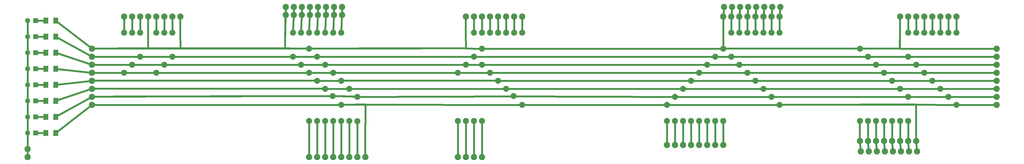
<source format=gbl>
G04 MADE WITH FRITZING*
G04 WWW.FRITZING.ORG*
G04 SINGLE SIDED*
G04 HOLES NOT PLATED*
G04 CONTOUR ON CENTER OF CONTOUR VECTOR*
%ASAXBY*%
%FSLAX23Y23*%
%MOIN*%
%OFA0B0*%
%SFA1.0B1.0*%
%ADD10C,0.078000*%
%ADD11C,0.075000*%
%ADD12C,0.062992*%
%ADD13R,0.062992X0.062992*%
%ADD14R,0.062992X0.074803*%
%ADD15C,0.024000*%
%ADD16R,0.001000X0.001000*%
%LNCOPPER0*%
G90*
G70*
G54D10*
X10476Y352D03*
X10576Y352D03*
X10676Y352D03*
X10776Y352D03*
X10876Y352D03*
X10976Y352D03*
X11076Y352D03*
X11176Y352D03*
X3626Y152D03*
X3726Y152D03*
X3826Y152D03*
X3926Y152D03*
X4026Y152D03*
X4126Y152D03*
X4226Y152D03*
X4326Y152D03*
X10976Y1902D03*
X11076Y1902D03*
X11176Y1902D03*
X11276Y1902D03*
X11376Y1902D03*
X11476Y1902D03*
X11576Y1902D03*
X11676Y1902D03*
X8076Y302D03*
X8176Y302D03*
X8276Y302D03*
X8376Y302D03*
X8476Y302D03*
X8576Y302D03*
X8676Y302D03*
X8776Y302D03*
X8776Y1902D03*
X8876Y1902D03*
X8976Y1902D03*
X9076Y1902D03*
X9176Y1902D03*
X9276Y1902D03*
X9376Y1902D03*
X9476Y1902D03*
X5476Y152D03*
X5576Y152D03*
X5676Y152D03*
X5776Y152D03*
X1326Y1902D03*
X1426Y1902D03*
X1526Y1902D03*
X1626Y1902D03*
X1726Y1902D03*
X1826Y1902D03*
X1926Y1902D03*
X2026Y1902D03*
X5576Y1902D03*
X5676Y1902D03*
X5776Y1902D03*
X5876Y1902D03*
X5976Y1902D03*
X6076Y1902D03*
X6176Y1902D03*
X6276Y1902D03*
X10486Y221D03*
X10586Y221D03*
X10686Y221D03*
X10786Y221D03*
X10886Y221D03*
X10986Y221D03*
X11086Y221D03*
X11186Y221D03*
X8786Y2021D03*
X8886Y2021D03*
X8986Y2021D03*
X9086Y2021D03*
X9186Y2021D03*
X9286Y2021D03*
X9386Y2021D03*
X9486Y2021D03*
X3336Y2021D03*
X3436Y2021D03*
X3536Y2021D03*
X3636Y2021D03*
X3736Y2021D03*
X3836Y2021D03*
X3936Y2021D03*
X4036Y2021D03*
X3336Y1921D03*
X3436Y1921D03*
X3536Y1921D03*
X3636Y1921D03*
X3736Y1921D03*
X3836Y1921D03*
X3936Y1921D03*
X4036Y1921D03*
X12176Y802D03*
X12176Y902D03*
X12176Y1002D03*
X12176Y1102D03*
X12176Y1202D03*
X12176Y1302D03*
X12176Y1402D03*
X12176Y1502D03*
X926Y802D03*
X926Y902D03*
X926Y1002D03*
X926Y1102D03*
X926Y1202D03*
X926Y1302D03*
X926Y1402D03*
X926Y1502D03*
G54D11*
X3726Y1102D03*
X3726Y1702D03*
X10576Y602D03*
X10576Y1402D03*
X10676Y602D03*
X10676Y1302D03*
X10776Y602D03*
X10776Y1202D03*
X10876Y602D03*
X10876Y1102D03*
X10476Y602D03*
X10476Y1502D03*
X8876Y1402D03*
X8876Y1702D03*
X9276Y1002D03*
X9276Y1702D03*
X9076Y1202D03*
X9076Y1702D03*
X9176Y1102D03*
X9176Y1702D03*
X11376Y1702D03*
X11376Y1102D03*
X10976Y602D03*
X10976Y1002D03*
X11476Y1702D03*
X11476Y1002D03*
X11676Y1702D03*
X11676Y802D03*
X11576Y1702D03*
X11576Y902D03*
X9376Y902D03*
X9376Y1702D03*
X11276Y1702D03*
X11276Y1202D03*
X11076Y602D03*
X11076Y902D03*
X11176Y1702D03*
X11176Y1302D03*
X11076Y1402D03*
X11076Y1702D03*
X8976Y1302D03*
X8976Y1702D03*
X5676Y602D03*
X5676Y1402D03*
X6276Y802D03*
X6276Y1702D03*
X5576Y602D03*
X5576Y1302D03*
X5476Y602D03*
X5476Y1202D03*
X6076Y1002D03*
X6076Y1702D03*
X3826Y1002D03*
X3826Y1702D03*
X6172Y910D03*
X6176Y1702D03*
X3922Y910D03*
X3926Y1702D03*
X5976Y1102D03*
X5976Y1702D03*
X4026Y802D03*
X4026Y1702D03*
X9476Y802D03*
X9476Y1702D03*
X8376Y602D03*
X8376Y1102D03*
X8276Y602D03*
X8276Y1002D03*
X8076Y602D03*
X8076Y802D03*
X8176Y602D03*
X8176Y902D03*
X5776Y602D03*
X5776Y1502D03*
X8676Y602D03*
X8676Y1402D03*
X8776Y602D03*
X8776Y1502D03*
X8576Y602D03*
X8576Y1302D03*
X8476Y602D03*
X8476Y1202D03*
X3626Y1202D03*
X3626Y1702D03*
X5876Y1202D03*
X5876Y1702D03*
X3526Y1302D03*
X3526Y1702D03*
X5776Y1302D03*
X5776Y1702D03*
X3426Y1402D03*
X3426Y1702D03*
X5676Y1402D03*
X5676Y1702D03*
X1326Y1202D03*
X1326Y1702D03*
X1726Y1202D03*
X1726Y1702D03*
X1426Y1302D03*
X1426Y1702D03*
X1826Y1302D03*
X1826Y1702D03*
X1526Y1402D03*
X1526Y1702D03*
X1926Y1402D03*
X1926Y1702D03*
X4226Y598D03*
X4226Y902D03*
X3626Y602D03*
X3626Y1502D03*
X3726Y602D03*
X3726Y1402D03*
X3826Y602D03*
X3826Y1302D03*
X4026Y602D03*
X4026Y1102D03*
X4126Y602D03*
X4126Y1002D03*
X3926Y602D03*
X3926Y1202D03*
G54D12*
X226Y852D03*
X128Y852D03*
X226Y1652D03*
X128Y1652D03*
X226Y652D03*
X128Y652D03*
X226Y452D03*
X128Y452D03*
X226Y1052D03*
X128Y1052D03*
X226Y1452D03*
X128Y1452D03*
X226Y1252D03*
X128Y1252D03*
X226Y1852D03*
X128Y1852D03*
G54D10*
X126Y252D03*
X126Y152D03*
G54D13*
X226Y852D03*
X226Y1652D03*
X226Y652D03*
X226Y452D03*
X226Y1052D03*
X226Y1452D03*
X226Y1252D03*
X226Y1852D03*
G54D14*
X354Y452D03*
X476Y452D03*
X354Y852D03*
X476Y852D03*
X354Y1252D03*
X476Y1252D03*
X354Y1652D03*
X476Y1652D03*
X354Y1852D03*
X476Y1852D03*
X354Y652D03*
X476Y652D03*
X354Y1452D03*
X476Y1452D03*
X354Y1052D03*
X476Y1052D03*
G54D15*
X3336Y1951D02*
X3336Y1991D01*
D02*
X3436Y1951D02*
X3436Y1991D01*
D02*
X3536Y1951D02*
X3536Y1991D01*
D02*
X3636Y1951D02*
X3636Y1991D01*
D02*
X3736Y1951D02*
X3736Y1991D01*
D02*
X3836Y1951D02*
X3836Y1991D01*
D02*
X3936Y1951D02*
X3936Y1991D01*
D02*
X4036Y1951D02*
X4036Y1991D01*
D02*
X8779Y1932D02*
X8783Y1991D01*
D02*
X8879Y1932D02*
X8883Y1991D01*
D02*
X8979Y1932D02*
X8983Y1991D01*
D02*
X9079Y1932D02*
X9083Y1991D01*
D02*
X9179Y1932D02*
X9183Y1991D01*
D02*
X9279Y1932D02*
X9283Y1991D01*
D02*
X9379Y1932D02*
X9383Y1991D01*
D02*
X9479Y1932D02*
X9483Y1991D01*
D02*
X10478Y322D02*
X10483Y251D01*
D02*
X10578Y322D02*
X10583Y251D01*
D02*
X10778Y322D02*
X10783Y251D01*
D02*
X10878Y322D02*
X10883Y251D01*
D02*
X10978Y322D02*
X10983Y251D01*
D02*
X11078Y322D02*
X11083Y251D01*
D02*
X11178Y322D02*
X11183Y251D01*
D02*
X3434Y1891D02*
X3427Y1731D01*
D02*
X1298Y1202D02*
X956Y1202D01*
D02*
X1326Y1872D02*
X1326Y1731D01*
D02*
X1398Y1302D02*
X956Y1302D01*
D02*
X1426Y1872D02*
X1426Y1731D01*
D02*
X956Y1402D02*
X1498Y1402D01*
D02*
X1526Y1872D02*
X1526Y1731D01*
D02*
X1926Y1872D02*
X1926Y1731D01*
D02*
X1826Y1872D02*
X1826Y1731D01*
D02*
X1726Y1872D02*
X1726Y1731D01*
D02*
X1355Y1202D02*
X1698Y1202D01*
D02*
X1555Y1402D02*
X1898Y1402D01*
D02*
X3534Y1891D02*
X3527Y1731D01*
D02*
X3634Y1891D02*
X3627Y1731D01*
D02*
X3734Y1891D02*
X3727Y1731D01*
D02*
X3834Y1891D02*
X3827Y1731D01*
D02*
X4034Y1891D02*
X4027Y1731D01*
D02*
X3934Y1891D02*
X3927Y1731D01*
D02*
X1955Y1402D02*
X3398Y1402D01*
D02*
X1855Y1302D02*
X3498Y1302D01*
D02*
X1755Y1202D02*
X3598Y1202D01*
D02*
X956Y802D02*
X3998Y802D01*
D02*
X5676Y1872D02*
X5676Y1731D01*
D02*
X5776Y1872D02*
X5776Y1731D01*
D02*
X5876Y1872D02*
X5876Y1731D01*
D02*
X5976Y1872D02*
X5976Y1731D01*
D02*
X6076Y1872D02*
X6076Y1731D01*
D02*
X6176Y1872D02*
X6176Y1731D01*
D02*
X6276Y1872D02*
X6276Y1731D01*
D02*
X4098Y1002D02*
X3855Y1002D01*
D02*
X3655Y1202D02*
X3898Y1202D01*
D02*
X3555Y1302D02*
X3798Y1302D01*
D02*
X3455Y1402D02*
X3698Y1402D01*
D02*
X3626Y182D02*
X3626Y573D01*
D02*
X3726Y182D02*
X3726Y573D01*
D02*
X3826Y182D02*
X3826Y573D01*
D02*
X3926Y182D02*
X3926Y573D01*
D02*
X4026Y182D02*
X4026Y573D01*
D02*
X4126Y573D02*
X4126Y182D01*
D02*
X4226Y182D02*
X4226Y569D01*
D02*
X5448Y1202D02*
X3955Y1202D01*
D02*
X5576Y182D02*
X5576Y573D01*
D02*
X5676Y182D02*
X5676Y573D01*
D02*
X5605Y1302D02*
X5748Y1302D01*
D02*
X5505Y1202D02*
X5848Y1202D01*
D02*
X5776Y182D02*
X5776Y573D01*
D02*
X5578Y1505D02*
X5748Y1502D01*
D02*
X5548Y1302D02*
X3855Y1302D01*
D02*
X3755Y1402D02*
X5648Y1402D01*
D02*
X4155Y1002D02*
X6048Y1002D01*
D02*
X4255Y902D02*
X6143Y909D01*
D02*
X4329Y803D02*
X6248Y802D01*
D02*
X5476Y182D02*
X5476Y573D01*
D02*
X5805Y1502D02*
X8748Y1502D01*
D02*
X8776Y332D02*
X8776Y573D01*
D02*
X8676Y332D02*
X8676Y573D01*
D02*
X5705Y1402D02*
X8648Y1402D01*
D02*
X8576Y332D02*
X8576Y573D01*
D02*
X8476Y332D02*
X8476Y573D01*
D02*
X5905Y1202D02*
X8448Y1202D01*
D02*
X5805Y1302D02*
X8548Y1302D01*
D02*
X8376Y332D02*
X8376Y573D01*
D02*
X6005Y1102D02*
X8348Y1102D01*
D02*
X6105Y1002D02*
X8248Y1002D01*
D02*
X8276Y332D02*
X8276Y573D01*
D02*
X6200Y909D02*
X8148Y902D01*
D02*
X8176Y332D02*
X8176Y573D01*
D02*
X8076Y332D02*
X8076Y573D01*
D02*
X6305Y802D02*
X8048Y802D01*
D02*
X8105Y802D02*
X9448Y802D01*
D02*
X9376Y1872D02*
X9376Y1731D01*
D02*
X8205Y902D02*
X9348Y902D01*
D02*
X8305Y1002D02*
X9248Y1002D01*
D02*
X9276Y1872D02*
X9276Y1731D01*
D02*
X9476Y1872D02*
X9476Y1731D01*
D02*
X9176Y1872D02*
X9176Y1731D01*
D02*
X8405Y1102D02*
X9148Y1102D01*
D02*
X8505Y1202D02*
X9048Y1202D01*
D02*
X9076Y1872D02*
X9076Y1731D01*
D02*
X8605Y1302D02*
X8948Y1302D01*
D02*
X8976Y1872D02*
X8976Y1731D01*
D02*
X8705Y1402D02*
X8848Y1402D01*
D02*
X8876Y1872D02*
X8876Y1731D01*
D02*
X8905Y1402D02*
X10548Y1402D01*
D02*
X10576Y382D02*
X10576Y573D01*
D02*
X9005Y1302D02*
X10648Y1302D01*
D02*
X10676Y382D02*
X10676Y573D01*
D02*
X9105Y1202D02*
X10748Y1202D01*
D02*
X10776Y382D02*
X10776Y573D01*
D02*
X9205Y1102D02*
X10848Y1102D01*
D02*
X10876Y382D02*
X10876Y573D01*
D02*
X9305Y1002D02*
X10948Y1002D01*
D02*
X10976Y382D02*
X10976Y573D01*
D02*
X9405Y902D02*
X11048Y902D01*
D02*
X11076Y382D02*
X11076Y573D01*
D02*
X10605Y1402D02*
X11048Y1402D01*
D02*
X10705Y1302D02*
X11148Y1302D01*
D02*
X10805Y1202D02*
X11248Y1202D01*
D02*
X10905Y1102D02*
X11348Y1102D01*
D02*
X11005Y1002D02*
X11448Y1002D01*
D02*
X11105Y902D02*
X11548Y902D01*
D02*
X11178Y803D02*
X11648Y802D01*
D02*
X11676Y1872D02*
X11676Y1731D01*
D02*
X11576Y1872D02*
X11576Y1731D01*
D02*
X11476Y1872D02*
X11476Y1731D01*
D02*
X11376Y1872D02*
X11376Y1731D01*
D02*
X11276Y1872D02*
X11276Y1731D01*
D02*
X11176Y1872D02*
X11176Y1731D01*
D02*
X11076Y1872D02*
X11076Y1731D01*
D02*
X10975Y1500D02*
X12146Y1502D01*
D02*
X11105Y1402D02*
X12146Y1402D01*
D02*
X11205Y1302D02*
X12146Y1302D01*
D02*
X11305Y1202D02*
X12146Y1202D01*
D02*
X11405Y1102D02*
X12146Y1102D01*
D02*
X11505Y1002D02*
X12146Y1002D01*
D02*
X11605Y902D02*
X12146Y902D01*
D02*
X11705Y802D02*
X12146Y802D01*
D02*
X1455Y1302D02*
X1798Y1302D01*
D02*
X253Y452D02*
X328Y452D01*
D02*
X328Y652D02*
X253Y652D01*
D02*
X328Y852D02*
X253Y852D01*
D02*
X328Y1052D02*
X253Y1052D01*
D02*
X328Y1252D02*
X253Y1252D01*
D02*
X328Y1452D02*
X253Y1452D01*
D02*
X328Y1652D02*
X253Y1652D01*
D02*
X328Y1852D02*
X253Y1852D01*
D02*
X128Y479D02*
X128Y625D01*
D02*
X128Y679D02*
X128Y825D01*
D02*
X128Y879D02*
X128Y1025D01*
D02*
X128Y1079D02*
X128Y1225D01*
D02*
X128Y1279D02*
X128Y1425D01*
D02*
X128Y1479D02*
X128Y1625D01*
D02*
X128Y1679D02*
X128Y1825D01*
D02*
X502Y1249D02*
X896Y1205D01*
D02*
X502Y1055D02*
X896Y1099D01*
D02*
X502Y1443D02*
X898Y1312D01*
D02*
X502Y1638D02*
X900Y1417D01*
D02*
X502Y1832D02*
X903Y1521D01*
D02*
X502Y861D02*
X898Y993D01*
D02*
X502Y666D02*
X900Y887D01*
D02*
X502Y472D02*
X903Y784D01*
D02*
X128Y425D02*
X127Y282D01*
D02*
X126Y222D02*
X126Y182D01*
D02*
X8776Y1531D02*
X8776Y1872D01*
D02*
X3755Y1102D02*
X3998Y1102D01*
D02*
X10678Y322D02*
X10683Y251D01*
G54D16*
X3333Y1934D02*
X3337Y1934D01*
X3330Y1933D02*
X3340Y1933D01*
X3328Y1932D02*
X3341Y1932D01*
X3327Y1931D02*
X3343Y1931D01*
X3326Y1930D02*
X3344Y1930D01*
X3325Y1929D02*
X3344Y1929D01*
X3325Y1928D02*
X3345Y1928D01*
X3324Y1927D02*
X3345Y1927D01*
X3324Y1926D02*
X3346Y1926D01*
X3324Y1925D02*
X3346Y1925D01*
X3324Y1924D02*
X3346Y1924D01*
X3323Y1923D02*
X3346Y1923D01*
X3323Y1922D02*
X3346Y1922D01*
X3323Y1921D02*
X3346Y1921D01*
X3323Y1920D02*
X3346Y1920D01*
X3323Y1919D02*
X3346Y1919D01*
X3323Y1918D02*
X3346Y1918D01*
X3323Y1917D02*
X3346Y1917D01*
X3323Y1916D02*
X3346Y1916D01*
X1625Y1915D02*
X1626Y1915D01*
X2025Y1915D02*
X2026Y1915D01*
X3323Y1915D02*
X3346Y1915D01*
X5575Y1915D02*
X5576Y1915D01*
X10975Y1915D02*
X10976Y1915D01*
X1621Y1914D02*
X1630Y1914D01*
X2021Y1914D02*
X2030Y1914D01*
X3323Y1914D02*
X3346Y1914D01*
X5571Y1914D02*
X5580Y1914D01*
X10971Y1914D02*
X10980Y1914D01*
X1619Y1913D02*
X1632Y1913D01*
X2019Y1913D02*
X2032Y1913D01*
X3323Y1913D02*
X3346Y1913D01*
X5569Y1913D02*
X5582Y1913D01*
X10969Y1913D02*
X10981Y1913D01*
X1618Y1912D02*
X1633Y1912D01*
X2018Y1912D02*
X2033Y1912D01*
X3323Y1912D02*
X3346Y1912D01*
X5568Y1912D02*
X5583Y1912D01*
X10968Y1912D02*
X10983Y1912D01*
X1617Y1911D02*
X1634Y1911D01*
X2017Y1911D02*
X2034Y1911D01*
X3323Y1911D02*
X3346Y1911D01*
X5567Y1911D02*
X5584Y1911D01*
X10967Y1911D02*
X10984Y1911D01*
X1616Y1910D02*
X1635Y1910D01*
X2016Y1910D02*
X2035Y1910D01*
X3323Y1910D02*
X3346Y1910D01*
X5566Y1910D02*
X5585Y1910D01*
X10966Y1910D02*
X10985Y1910D01*
X1616Y1909D02*
X1636Y1909D01*
X2016Y1909D02*
X2036Y1909D01*
X3323Y1909D02*
X3346Y1909D01*
X5566Y1909D02*
X5585Y1909D01*
X10965Y1909D02*
X10985Y1909D01*
X1615Y1908D02*
X1636Y1908D01*
X2015Y1908D02*
X2036Y1908D01*
X3323Y1908D02*
X3346Y1908D01*
X5565Y1908D02*
X5586Y1908D01*
X10965Y1908D02*
X10986Y1908D01*
X1615Y1907D02*
X1636Y1907D01*
X2015Y1907D02*
X2036Y1907D01*
X3323Y1907D02*
X3346Y1907D01*
X5565Y1907D02*
X5586Y1907D01*
X10964Y1907D02*
X10986Y1907D01*
X1615Y1906D02*
X1637Y1906D01*
X2015Y1906D02*
X2037Y1906D01*
X3323Y1906D02*
X3346Y1906D01*
X5564Y1906D02*
X5587Y1906D01*
X10964Y1906D02*
X10986Y1906D01*
X1614Y1905D02*
X1637Y1905D01*
X2014Y1905D02*
X2037Y1905D01*
X3323Y1905D02*
X3346Y1905D01*
X5564Y1905D02*
X5587Y1905D01*
X10964Y1905D02*
X10987Y1905D01*
X1614Y1904D02*
X1637Y1904D01*
X2014Y1904D02*
X2037Y1904D01*
X3323Y1904D02*
X3346Y1904D01*
X5564Y1904D02*
X5587Y1904D01*
X10964Y1904D02*
X10987Y1904D01*
X1614Y1903D02*
X1637Y1903D01*
X2014Y1903D02*
X2037Y1903D01*
X3323Y1903D02*
X3346Y1903D01*
X5564Y1903D02*
X5587Y1903D01*
X10964Y1903D02*
X10987Y1903D01*
X1614Y1902D02*
X1637Y1902D01*
X2014Y1902D02*
X2037Y1902D01*
X3323Y1902D02*
X3346Y1902D01*
X5564Y1902D02*
X5587Y1902D01*
X10964Y1902D02*
X10987Y1902D01*
X1614Y1901D02*
X1637Y1901D01*
X2014Y1901D02*
X2037Y1901D01*
X3323Y1901D02*
X3346Y1901D01*
X5564Y1901D02*
X5587Y1901D01*
X10964Y1901D02*
X10987Y1901D01*
X1614Y1900D02*
X1637Y1900D01*
X2014Y1900D02*
X2037Y1900D01*
X3323Y1900D02*
X3346Y1900D01*
X5564Y1900D02*
X5587Y1900D01*
X10964Y1900D02*
X10987Y1900D01*
X1614Y1899D02*
X1637Y1899D01*
X2014Y1899D02*
X2037Y1899D01*
X3323Y1899D02*
X3346Y1899D01*
X5564Y1899D02*
X5587Y1899D01*
X10964Y1899D02*
X10987Y1899D01*
X1614Y1898D02*
X1637Y1898D01*
X2014Y1898D02*
X2037Y1898D01*
X3323Y1898D02*
X3346Y1898D01*
X5564Y1898D02*
X5587Y1898D01*
X10964Y1898D02*
X10987Y1898D01*
X1614Y1897D02*
X1637Y1897D01*
X2014Y1897D02*
X2037Y1897D01*
X3323Y1897D02*
X3346Y1897D01*
X5564Y1897D02*
X5587Y1897D01*
X10964Y1897D02*
X10987Y1897D01*
X1614Y1896D02*
X1637Y1896D01*
X2014Y1896D02*
X2037Y1896D01*
X3323Y1896D02*
X3346Y1896D01*
X5564Y1896D02*
X5587Y1896D01*
X10964Y1896D02*
X10987Y1896D01*
X1614Y1895D02*
X1637Y1895D01*
X2014Y1895D02*
X2037Y1895D01*
X3323Y1895D02*
X3346Y1895D01*
X5564Y1895D02*
X5587Y1895D01*
X10964Y1895D02*
X10987Y1895D01*
X1614Y1894D02*
X1637Y1894D01*
X2014Y1894D02*
X2037Y1894D01*
X3323Y1894D02*
X3346Y1894D01*
X5564Y1894D02*
X5587Y1894D01*
X10964Y1894D02*
X10987Y1894D01*
X1614Y1893D02*
X1637Y1893D01*
X2014Y1893D02*
X2037Y1893D01*
X3323Y1893D02*
X3346Y1893D01*
X5564Y1893D02*
X5587Y1893D01*
X10964Y1893D02*
X10987Y1893D01*
X1614Y1892D02*
X1637Y1892D01*
X2014Y1892D02*
X2037Y1892D01*
X3323Y1892D02*
X3346Y1892D01*
X5564Y1892D02*
X5587Y1892D01*
X10964Y1892D02*
X10987Y1892D01*
X1614Y1891D02*
X1637Y1891D01*
X2014Y1891D02*
X2037Y1891D01*
X3323Y1891D02*
X3346Y1891D01*
X5564Y1891D02*
X5587Y1891D01*
X10964Y1891D02*
X10987Y1891D01*
X1614Y1890D02*
X1637Y1890D01*
X2014Y1890D02*
X2037Y1890D01*
X3323Y1890D02*
X3346Y1890D01*
X5564Y1890D02*
X5587Y1890D01*
X10964Y1890D02*
X10987Y1890D01*
X1614Y1889D02*
X1637Y1889D01*
X2014Y1889D02*
X2037Y1889D01*
X3323Y1889D02*
X3346Y1889D01*
X5564Y1889D02*
X5587Y1889D01*
X10964Y1889D02*
X10987Y1889D01*
X1614Y1888D02*
X1637Y1888D01*
X2014Y1888D02*
X2037Y1888D01*
X3323Y1888D02*
X3346Y1888D01*
X5564Y1888D02*
X5587Y1888D01*
X10964Y1888D02*
X10987Y1888D01*
X1614Y1887D02*
X1637Y1887D01*
X2014Y1887D02*
X2037Y1887D01*
X3323Y1887D02*
X3346Y1887D01*
X5564Y1887D02*
X5587Y1887D01*
X10964Y1887D02*
X10987Y1887D01*
X1614Y1886D02*
X1637Y1886D01*
X2014Y1886D02*
X2037Y1886D01*
X3323Y1886D02*
X3346Y1886D01*
X5564Y1886D02*
X5587Y1886D01*
X10964Y1886D02*
X10987Y1886D01*
X1614Y1885D02*
X1637Y1885D01*
X2014Y1885D02*
X2037Y1885D01*
X3323Y1885D02*
X3346Y1885D01*
X5564Y1885D02*
X5587Y1885D01*
X10964Y1885D02*
X10987Y1885D01*
X1614Y1884D02*
X1637Y1884D01*
X2014Y1884D02*
X2037Y1884D01*
X3323Y1884D02*
X3346Y1884D01*
X5564Y1884D02*
X5587Y1884D01*
X10964Y1884D02*
X10987Y1884D01*
X1614Y1883D02*
X1637Y1883D01*
X2014Y1883D02*
X2037Y1883D01*
X3323Y1883D02*
X3346Y1883D01*
X5564Y1883D02*
X5587Y1883D01*
X10964Y1883D02*
X10987Y1883D01*
X1614Y1882D02*
X1637Y1882D01*
X2014Y1882D02*
X2037Y1882D01*
X3323Y1882D02*
X3346Y1882D01*
X5564Y1882D02*
X5587Y1882D01*
X10964Y1882D02*
X10987Y1882D01*
X1614Y1881D02*
X1637Y1881D01*
X2014Y1881D02*
X2037Y1881D01*
X3323Y1881D02*
X3346Y1881D01*
X5564Y1881D02*
X5587Y1881D01*
X10964Y1881D02*
X10987Y1881D01*
X1614Y1880D02*
X1637Y1880D01*
X2014Y1880D02*
X2037Y1880D01*
X3323Y1880D02*
X3346Y1880D01*
X5564Y1880D02*
X5587Y1880D01*
X10964Y1880D02*
X10987Y1880D01*
X1614Y1879D02*
X1637Y1879D01*
X2014Y1879D02*
X2037Y1879D01*
X3323Y1879D02*
X3346Y1879D01*
X5564Y1879D02*
X5587Y1879D01*
X10964Y1879D02*
X10987Y1879D01*
X1614Y1878D02*
X1637Y1878D01*
X2014Y1878D02*
X2037Y1878D01*
X3323Y1878D02*
X3346Y1878D01*
X5564Y1878D02*
X5587Y1878D01*
X10964Y1878D02*
X10987Y1878D01*
X1614Y1877D02*
X1637Y1877D01*
X2014Y1877D02*
X2037Y1877D01*
X3323Y1877D02*
X3346Y1877D01*
X5564Y1877D02*
X5587Y1877D01*
X10964Y1877D02*
X10987Y1877D01*
X1614Y1876D02*
X1637Y1876D01*
X2014Y1876D02*
X2037Y1876D01*
X3322Y1876D02*
X3346Y1876D01*
X5564Y1876D02*
X5587Y1876D01*
X10964Y1876D02*
X10987Y1876D01*
X1614Y1875D02*
X1637Y1875D01*
X2014Y1875D02*
X2037Y1875D01*
X3322Y1875D02*
X3345Y1875D01*
X5564Y1875D02*
X5587Y1875D01*
X10964Y1875D02*
X10987Y1875D01*
X1614Y1874D02*
X1637Y1874D01*
X2014Y1874D02*
X2037Y1874D01*
X3322Y1874D02*
X3345Y1874D01*
X5564Y1874D02*
X5587Y1874D01*
X10964Y1874D02*
X10987Y1874D01*
X1614Y1873D02*
X1637Y1873D01*
X2014Y1873D02*
X2037Y1873D01*
X3322Y1873D02*
X3345Y1873D01*
X5564Y1873D02*
X5587Y1873D01*
X10964Y1873D02*
X10987Y1873D01*
X1614Y1872D02*
X1637Y1872D01*
X2014Y1872D02*
X2037Y1872D01*
X3322Y1872D02*
X3345Y1872D01*
X5564Y1872D02*
X5587Y1872D01*
X10964Y1872D02*
X10987Y1872D01*
X1614Y1871D02*
X1637Y1871D01*
X2014Y1871D02*
X2037Y1871D01*
X3322Y1871D02*
X3345Y1871D01*
X5564Y1871D02*
X5587Y1871D01*
X10964Y1871D02*
X10987Y1871D01*
X1614Y1870D02*
X1637Y1870D01*
X2014Y1870D02*
X2037Y1870D01*
X3322Y1870D02*
X3345Y1870D01*
X5564Y1870D02*
X5587Y1870D01*
X10964Y1870D02*
X10987Y1870D01*
X1614Y1869D02*
X1637Y1869D01*
X2014Y1869D02*
X2037Y1869D01*
X3322Y1869D02*
X3345Y1869D01*
X5564Y1869D02*
X5587Y1869D01*
X10964Y1869D02*
X10987Y1869D01*
X1614Y1868D02*
X1637Y1868D01*
X2014Y1868D02*
X2037Y1868D01*
X3322Y1868D02*
X3345Y1868D01*
X5564Y1868D02*
X5587Y1868D01*
X10964Y1868D02*
X10987Y1868D01*
X1614Y1867D02*
X1637Y1867D01*
X2014Y1867D02*
X2037Y1867D01*
X3322Y1867D02*
X3345Y1867D01*
X5564Y1867D02*
X5587Y1867D01*
X10964Y1867D02*
X10987Y1867D01*
X1614Y1866D02*
X1637Y1866D01*
X2014Y1866D02*
X2037Y1866D01*
X3322Y1866D02*
X3345Y1866D01*
X5564Y1866D02*
X5587Y1866D01*
X10964Y1866D02*
X10987Y1866D01*
X1614Y1865D02*
X1637Y1865D01*
X2014Y1865D02*
X2037Y1865D01*
X3322Y1865D02*
X3345Y1865D01*
X5564Y1865D02*
X5587Y1865D01*
X10964Y1865D02*
X10987Y1865D01*
X1614Y1864D02*
X1637Y1864D01*
X2014Y1864D02*
X2037Y1864D01*
X3322Y1864D02*
X3345Y1864D01*
X5564Y1864D02*
X5587Y1864D01*
X10964Y1864D02*
X10987Y1864D01*
X1614Y1863D02*
X1637Y1863D01*
X2014Y1863D02*
X2037Y1863D01*
X3322Y1863D02*
X3345Y1863D01*
X5564Y1863D02*
X5587Y1863D01*
X10964Y1863D02*
X10987Y1863D01*
X1614Y1862D02*
X1637Y1862D01*
X2014Y1862D02*
X2037Y1862D01*
X3322Y1862D02*
X3345Y1862D01*
X5564Y1862D02*
X5587Y1862D01*
X10964Y1862D02*
X10987Y1862D01*
X1614Y1861D02*
X1637Y1861D01*
X2014Y1861D02*
X2037Y1861D01*
X3322Y1861D02*
X3345Y1861D01*
X5564Y1861D02*
X5587Y1861D01*
X10964Y1861D02*
X10987Y1861D01*
X1614Y1860D02*
X1637Y1860D01*
X2014Y1860D02*
X2037Y1860D01*
X3322Y1860D02*
X3345Y1860D01*
X5564Y1860D02*
X5587Y1860D01*
X10964Y1860D02*
X10987Y1860D01*
X1614Y1859D02*
X1637Y1859D01*
X2014Y1859D02*
X2037Y1859D01*
X3322Y1859D02*
X3345Y1859D01*
X5564Y1859D02*
X5587Y1859D01*
X10964Y1859D02*
X10987Y1859D01*
X1614Y1858D02*
X1637Y1858D01*
X2014Y1858D02*
X2037Y1858D01*
X3322Y1858D02*
X3345Y1858D01*
X5564Y1858D02*
X5587Y1858D01*
X10964Y1858D02*
X10987Y1858D01*
X1614Y1857D02*
X1637Y1857D01*
X2014Y1857D02*
X2037Y1857D01*
X3322Y1857D02*
X3345Y1857D01*
X5564Y1857D02*
X5587Y1857D01*
X10964Y1857D02*
X10987Y1857D01*
X1614Y1856D02*
X1637Y1856D01*
X2014Y1856D02*
X2037Y1856D01*
X3322Y1856D02*
X3345Y1856D01*
X5564Y1856D02*
X5587Y1856D01*
X10964Y1856D02*
X10987Y1856D01*
X1614Y1855D02*
X1637Y1855D01*
X2014Y1855D02*
X2037Y1855D01*
X3322Y1855D02*
X3345Y1855D01*
X5564Y1855D02*
X5587Y1855D01*
X10964Y1855D02*
X10987Y1855D01*
X1614Y1854D02*
X1637Y1854D01*
X2014Y1854D02*
X2037Y1854D01*
X3322Y1854D02*
X3345Y1854D01*
X5564Y1854D02*
X5587Y1854D01*
X10964Y1854D02*
X10987Y1854D01*
X1614Y1853D02*
X1637Y1853D01*
X2014Y1853D02*
X2037Y1853D01*
X3322Y1853D02*
X3345Y1853D01*
X5564Y1853D02*
X5587Y1853D01*
X10964Y1853D02*
X10987Y1853D01*
X1614Y1852D02*
X1637Y1852D01*
X2014Y1852D02*
X2037Y1852D01*
X3322Y1852D02*
X3345Y1852D01*
X5564Y1852D02*
X5587Y1852D01*
X10964Y1852D02*
X10987Y1852D01*
X1614Y1851D02*
X1637Y1851D01*
X2014Y1851D02*
X2037Y1851D01*
X3322Y1851D02*
X3345Y1851D01*
X5564Y1851D02*
X5587Y1851D01*
X10964Y1851D02*
X10987Y1851D01*
X1614Y1850D02*
X1637Y1850D01*
X2014Y1850D02*
X2037Y1850D01*
X3322Y1850D02*
X3345Y1850D01*
X5564Y1850D02*
X5587Y1850D01*
X10964Y1850D02*
X10987Y1850D01*
X1614Y1849D02*
X1637Y1849D01*
X2014Y1849D02*
X2037Y1849D01*
X3322Y1849D02*
X3345Y1849D01*
X5564Y1849D02*
X5587Y1849D01*
X10964Y1849D02*
X10987Y1849D01*
X1614Y1848D02*
X1637Y1848D01*
X2014Y1848D02*
X2037Y1848D01*
X3322Y1848D02*
X3345Y1848D01*
X5564Y1848D02*
X5587Y1848D01*
X10964Y1848D02*
X10987Y1848D01*
X1614Y1847D02*
X1637Y1847D01*
X2014Y1847D02*
X2037Y1847D01*
X3322Y1847D02*
X3345Y1847D01*
X5564Y1847D02*
X5587Y1847D01*
X10964Y1847D02*
X10987Y1847D01*
X1614Y1846D02*
X1637Y1846D01*
X2014Y1846D02*
X2037Y1846D01*
X3322Y1846D02*
X3345Y1846D01*
X5564Y1846D02*
X5587Y1846D01*
X10964Y1846D02*
X10987Y1846D01*
X1614Y1845D02*
X1637Y1845D01*
X2014Y1845D02*
X2037Y1845D01*
X3322Y1845D02*
X3345Y1845D01*
X5564Y1845D02*
X5587Y1845D01*
X10964Y1845D02*
X10987Y1845D01*
X1614Y1844D02*
X1637Y1844D01*
X2014Y1844D02*
X2037Y1844D01*
X3322Y1844D02*
X3345Y1844D01*
X5564Y1844D02*
X5587Y1844D01*
X10963Y1844D02*
X10987Y1844D01*
X1614Y1843D02*
X1637Y1843D01*
X2014Y1843D02*
X2037Y1843D01*
X3322Y1843D02*
X3345Y1843D01*
X5564Y1843D02*
X5587Y1843D01*
X10963Y1843D02*
X10986Y1843D01*
X1614Y1842D02*
X1637Y1842D01*
X2014Y1842D02*
X2037Y1842D01*
X3322Y1842D02*
X3345Y1842D01*
X5564Y1842D02*
X5587Y1842D01*
X10963Y1842D02*
X10986Y1842D01*
X1614Y1841D02*
X1637Y1841D01*
X2014Y1841D02*
X2037Y1841D01*
X3322Y1841D02*
X3345Y1841D01*
X5564Y1841D02*
X5587Y1841D01*
X10963Y1841D02*
X10986Y1841D01*
X1614Y1840D02*
X1637Y1840D01*
X2014Y1840D02*
X2037Y1840D01*
X3322Y1840D02*
X3345Y1840D01*
X5564Y1840D02*
X5587Y1840D01*
X10963Y1840D02*
X10986Y1840D01*
X1614Y1839D02*
X1637Y1839D01*
X2014Y1839D02*
X2037Y1839D01*
X3322Y1839D02*
X3345Y1839D01*
X5564Y1839D02*
X5587Y1839D01*
X10963Y1839D02*
X10986Y1839D01*
X1614Y1838D02*
X1637Y1838D01*
X2014Y1838D02*
X2037Y1838D01*
X3322Y1838D02*
X3345Y1838D01*
X5564Y1838D02*
X5587Y1838D01*
X10963Y1838D02*
X10986Y1838D01*
X1614Y1837D02*
X1637Y1837D01*
X2014Y1837D02*
X2037Y1837D01*
X3322Y1837D02*
X3345Y1837D01*
X5564Y1837D02*
X5587Y1837D01*
X10963Y1837D02*
X10986Y1837D01*
X1614Y1836D02*
X1637Y1836D01*
X2014Y1836D02*
X2037Y1836D01*
X3322Y1836D02*
X3345Y1836D01*
X5564Y1836D02*
X5587Y1836D01*
X10963Y1836D02*
X10986Y1836D01*
X1614Y1835D02*
X1637Y1835D01*
X2014Y1835D02*
X2037Y1835D01*
X3322Y1835D02*
X3345Y1835D01*
X5564Y1835D02*
X5587Y1835D01*
X10963Y1835D02*
X10986Y1835D01*
X1614Y1834D02*
X1637Y1834D01*
X2014Y1834D02*
X2037Y1834D01*
X3322Y1834D02*
X3345Y1834D01*
X5564Y1834D02*
X5587Y1834D01*
X10963Y1834D02*
X10986Y1834D01*
X1614Y1833D02*
X1637Y1833D01*
X2014Y1833D02*
X2037Y1833D01*
X3322Y1833D02*
X3345Y1833D01*
X5564Y1833D02*
X5587Y1833D01*
X10963Y1833D02*
X10986Y1833D01*
X1614Y1832D02*
X1637Y1832D01*
X2014Y1832D02*
X2038Y1832D01*
X3322Y1832D02*
X3345Y1832D01*
X5564Y1832D02*
X5587Y1832D01*
X10963Y1832D02*
X10986Y1832D01*
X1614Y1831D02*
X1637Y1831D01*
X2014Y1831D02*
X2038Y1831D01*
X3322Y1831D02*
X3345Y1831D01*
X5564Y1831D02*
X5587Y1831D01*
X10963Y1831D02*
X10986Y1831D01*
X1614Y1830D02*
X1637Y1830D01*
X2015Y1830D02*
X2038Y1830D01*
X3322Y1830D02*
X3345Y1830D01*
X5564Y1830D02*
X5587Y1830D01*
X10963Y1830D02*
X10986Y1830D01*
X1614Y1829D02*
X1637Y1829D01*
X2015Y1829D02*
X2038Y1829D01*
X3322Y1829D02*
X3345Y1829D01*
X5564Y1829D02*
X5587Y1829D01*
X10963Y1829D02*
X10986Y1829D01*
X1614Y1828D02*
X1637Y1828D01*
X2015Y1828D02*
X2038Y1828D01*
X3322Y1828D02*
X3345Y1828D01*
X5564Y1828D02*
X5587Y1828D01*
X10963Y1828D02*
X10986Y1828D01*
X1614Y1827D02*
X1637Y1827D01*
X2015Y1827D02*
X2038Y1827D01*
X3322Y1827D02*
X3345Y1827D01*
X5564Y1827D02*
X5587Y1827D01*
X10963Y1827D02*
X10986Y1827D01*
X1614Y1826D02*
X1637Y1826D01*
X2015Y1826D02*
X2038Y1826D01*
X3322Y1826D02*
X3345Y1826D01*
X5564Y1826D02*
X5587Y1826D01*
X10963Y1826D02*
X10986Y1826D01*
X1614Y1825D02*
X1637Y1825D01*
X2015Y1825D02*
X2038Y1825D01*
X3322Y1825D02*
X3345Y1825D01*
X5564Y1825D02*
X5587Y1825D01*
X10963Y1825D02*
X10986Y1825D01*
X1614Y1824D02*
X1637Y1824D01*
X2015Y1824D02*
X2038Y1824D01*
X3321Y1824D02*
X3345Y1824D01*
X5564Y1824D02*
X5587Y1824D01*
X10963Y1824D02*
X10986Y1824D01*
X1614Y1823D02*
X1637Y1823D01*
X2015Y1823D02*
X2038Y1823D01*
X3321Y1823D02*
X3344Y1823D01*
X5564Y1823D02*
X5587Y1823D01*
X10963Y1823D02*
X10986Y1823D01*
X1614Y1822D02*
X1637Y1822D01*
X2015Y1822D02*
X2038Y1822D01*
X3321Y1822D02*
X3344Y1822D01*
X5564Y1822D02*
X5587Y1822D01*
X10963Y1822D02*
X10986Y1822D01*
X1614Y1821D02*
X1637Y1821D01*
X2015Y1821D02*
X2038Y1821D01*
X3321Y1821D02*
X3344Y1821D01*
X5564Y1821D02*
X5587Y1821D01*
X10963Y1821D02*
X10986Y1821D01*
X1614Y1820D02*
X1637Y1820D01*
X2015Y1820D02*
X2038Y1820D01*
X3321Y1820D02*
X3344Y1820D01*
X5564Y1820D02*
X5587Y1820D01*
X10963Y1820D02*
X10986Y1820D01*
X1614Y1819D02*
X1637Y1819D01*
X2015Y1819D02*
X2038Y1819D01*
X3321Y1819D02*
X3344Y1819D01*
X5564Y1819D02*
X5587Y1819D01*
X10963Y1819D02*
X10986Y1819D01*
X1614Y1818D02*
X1637Y1818D01*
X2015Y1818D02*
X2038Y1818D01*
X3321Y1818D02*
X3344Y1818D01*
X5564Y1818D02*
X5587Y1818D01*
X10963Y1818D02*
X10986Y1818D01*
X1614Y1817D02*
X1637Y1817D01*
X2015Y1817D02*
X2038Y1817D01*
X3321Y1817D02*
X3344Y1817D01*
X5564Y1817D02*
X5587Y1817D01*
X10963Y1817D02*
X10986Y1817D01*
X1614Y1816D02*
X1637Y1816D01*
X2015Y1816D02*
X2038Y1816D01*
X3321Y1816D02*
X3344Y1816D01*
X5564Y1816D02*
X5587Y1816D01*
X10963Y1816D02*
X10986Y1816D01*
X1614Y1815D02*
X1637Y1815D01*
X2015Y1815D02*
X2038Y1815D01*
X3321Y1815D02*
X3344Y1815D01*
X5564Y1815D02*
X5587Y1815D01*
X10963Y1815D02*
X10986Y1815D01*
X1614Y1814D02*
X1637Y1814D01*
X2015Y1814D02*
X2038Y1814D01*
X3321Y1814D02*
X3344Y1814D01*
X5564Y1814D02*
X5587Y1814D01*
X10963Y1814D02*
X10986Y1814D01*
X1614Y1813D02*
X1637Y1813D01*
X2015Y1813D02*
X2038Y1813D01*
X3321Y1813D02*
X3344Y1813D01*
X5564Y1813D02*
X5587Y1813D01*
X10963Y1813D02*
X10986Y1813D01*
X1614Y1812D02*
X1637Y1812D01*
X2015Y1812D02*
X2038Y1812D01*
X3321Y1812D02*
X3344Y1812D01*
X5564Y1812D02*
X5587Y1812D01*
X10963Y1812D02*
X10986Y1812D01*
X1614Y1811D02*
X1637Y1811D01*
X2015Y1811D02*
X2038Y1811D01*
X3321Y1811D02*
X3344Y1811D01*
X5564Y1811D02*
X5587Y1811D01*
X10963Y1811D02*
X10986Y1811D01*
X1614Y1810D02*
X1637Y1810D01*
X2015Y1810D02*
X2038Y1810D01*
X3321Y1810D02*
X3344Y1810D01*
X5564Y1810D02*
X5587Y1810D01*
X10963Y1810D02*
X10986Y1810D01*
X1614Y1809D02*
X1637Y1809D01*
X2015Y1809D02*
X2038Y1809D01*
X3321Y1809D02*
X3344Y1809D01*
X5564Y1809D02*
X5587Y1809D01*
X10963Y1809D02*
X10986Y1809D01*
X1614Y1808D02*
X1637Y1808D01*
X2015Y1808D02*
X2038Y1808D01*
X3321Y1808D02*
X3344Y1808D01*
X5564Y1808D02*
X5587Y1808D01*
X10963Y1808D02*
X10986Y1808D01*
X1614Y1807D02*
X1637Y1807D01*
X2015Y1807D02*
X2038Y1807D01*
X3321Y1807D02*
X3344Y1807D01*
X5564Y1807D02*
X5587Y1807D01*
X10963Y1807D02*
X10986Y1807D01*
X1614Y1806D02*
X1637Y1806D01*
X2015Y1806D02*
X2038Y1806D01*
X3321Y1806D02*
X3344Y1806D01*
X5564Y1806D02*
X5587Y1806D01*
X10963Y1806D02*
X10986Y1806D01*
X1614Y1805D02*
X1637Y1805D01*
X2015Y1805D02*
X2038Y1805D01*
X3321Y1805D02*
X3344Y1805D01*
X5564Y1805D02*
X5587Y1805D01*
X10963Y1805D02*
X10986Y1805D01*
X1614Y1804D02*
X1637Y1804D01*
X2015Y1804D02*
X2038Y1804D01*
X3321Y1804D02*
X3344Y1804D01*
X5564Y1804D02*
X5587Y1804D01*
X10963Y1804D02*
X10986Y1804D01*
X1614Y1803D02*
X1637Y1803D01*
X2015Y1803D02*
X2038Y1803D01*
X3321Y1803D02*
X3344Y1803D01*
X5564Y1803D02*
X5587Y1803D01*
X10963Y1803D02*
X10986Y1803D01*
X1614Y1802D02*
X1637Y1802D01*
X2015Y1802D02*
X2038Y1802D01*
X3321Y1802D02*
X3344Y1802D01*
X5564Y1802D02*
X5587Y1802D01*
X10963Y1802D02*
X10986Y1802D01*
X1614Y1801D02*
X1637Y1801D01*
X2015Y1801D02*
X2038Y1801D01*
X3321Y1801D02*
X3344Y1801D01*
X5564Y1801D02*
X5588Y1801D01*
X10963Y1801D02*
X10986Y1801D01*
X1614Y1800D02*
X1637Y1800D01*
X2015Y1800D02*
X2038Y1800D01*
X3321Y1800D02*
X3344Y1800D01*
X5565Y1800D02*
X5588Y1800D01*
X10963Y1800D02*
X10986Y1800D01*
X1614Y1799D02*
X1637Y1799D01*
X2015Y1799D02*
X2038Y1799D01*
X3321Y1799D02*
X3344Y1799D01*
X5565Y1799D02*
X5588Y1799D01*
X10963Y1799D02*
X10986Y1799D01*
X1614Y1798D02*
X1637Y1798D01*
X2015Y1798D02*
X2038Y1798D01*
X3321Y1798D02*
X3344Y1798D01*
X5565Y1798D02*
X5588Y1798D01*
X10963Y1798D02*
X10986Y1798D01*
X1614Y1797D02*
X1637Y1797D01*
X2015Y1797D02*
X2038Y1797D01*
X3321Y1797D02*
X3344Y1797D01*
X5565Y1797D02*
X5588Y1797D01*
X10963Y1797D02*
X10986Y1797D01*
X1614Y1796D02*
X1637Y1796D01*
X2015Y1796D02*
X2038Y1796D01*
X3321Y1796D02*
X3344Y1796D01*
X5565Y1796D02*
X5588Y1796D01*
X10963Y1796D02*
X10986Y1796D01*
X1614Y1795D02*
X1637Y1795D01*
X2015Y1795D02*
X2038Y1795D01*
X3321Y1795D02*
X3344Y1795D01*
X5565Y1795D02*
X5588Y1795D01*
X10963Y1795D02*
X10986Y1795D01*
X1614Y1794D02*
X1637Y1794D01*
X2015Y1794D02*
X2038Y1794D01*
X3321Y1794D02*
X3344Y1794D01*
X5565Y1794D02*
X5588Y1794D01*
X10963Y1794D02*
X10986Y1794D01*
X1614Y1793D02*
X1637Y1793D01*
X2015Y1793D02*
X2038Y1793D01*
X3321Y1793D02*
X3344Y1793D01*
X5565Y1793D02*
X5588Y1793D01*
X10963Y1793D02*
X10986Y1793D01*
X1614Y1792D02*
X1637Y1792D01*
X2015Y1792D02*
X2038Y1792D01*
X3321Y1792D02*
X3344Y1792D01*
X5565Y1792D02*
X5588Y1792D01*
X10963Y1792D02*
X10986Y1792D01*
X1614Y1791D02*
X1637Y1791D01*
X2015Y1791D02*
X2038Y1791D01*
X3321Y1791D02*
X3344Y1791D01*
X5565Y1791D02*
X5588Y1791D01*
X10963Y1791D02*
X10986Y1791D01*
X1614Y1790D02*
X1637Y1790D01*
X2015Y1790D02*
X2038Y1790D01*
X3321Y1790D02*
X3344Y1790D01*
X5565Y1790D02*
X5588Y1790D01*
X10963Y1790D02*
X10986Y1790D01*
X1614Y1789D02*
X1637Y1789D01*
X2015Y1789D02*
X2038Y1789D01*
X3321Y1789D02*
X3344Y1789D01*
X5565Y1789D02*
X5588Y1789D01*
X10963Y1789D02*
X10986Y1789D01*
X1614Y1788D02*
X1637Y1788D01*
X2015Y1788D02*
X2038Y1788D01*
X3321Y1788D02*
X3344Y1788D01*
X5565Y1788D02*
X5588Y1788D01*
X10963Y1788D02*
X10986Y1788D01*
X1614Y1787D02*
X1637Y1787D01*
X2015Y1787D02*
X2038Y1787D01*
X3321Y1787D02*
X3344Y1787D01*
X5565Y1787D02*
X5588Y1787D01*
X10963Y1787D02*
X10986Y1787D01*
X1614Y1786D02*
X1637Y1786D01*
X2015Y1786D02*
X2038Y1786D01*
X3321Y1786D02*
X3344Y1786D01*
X5565Y1786D02*
X5588Y1786D01*
X10963Y1786D02*
X10986Y1786D01*
X1614Y1785D02*
X1637Y1785D01*
X2015Y1785D02*
X2038Y1785D01*
X3321Y1785D02*
X3344Y1785D01*
X5565Y1785D02*
X5588Y1785D01*
X10963Y1785D02*
X10986Y1785D01*
X1614Y1784D02*
X1637Y1784D01*
X2015Y1784D02*
X2038Y1784D01*
X3321Y1784D02*
X3344Y1784D01*
X5565Y1784D02*
X5588Y1784D01*
X10963Y1784D02*
X10986Y1784D01*
X1614Y1783D02*
X1637Y1783D01*
X2015Y1783D02*
X2038Y1783D01*
X3321Y1783D02*
X3344Y1783D01*
X5565Y1783D02*
X5588Y1783D01*
X10963Y1783D02*
X10986Y1783D01*
X1614Y1782D02*
X1637Y1782D01*
X2015Y1782D02*
X2038Y1782D01*
X3321Y1782D02*
X3344Y1782D01*
X5565Y1782D02*
X5588Y1782D01*
X10963Y1782D02*
X10986Y1782D01*
X1614Y1781D02*
X1637Y1781D01*
X2015Y1781D02*
X2038Y1781D01*
X3321Y1781D02*
X3344Y1781D01*
X5565Y1781D02*
X5588Y1781D01*
X10963Y1781D02*
X10986Y1781D01*
X1614Y1780D02*
X1637Y1780D01*
X2015Y1780D02*
X2038Y1780D01*
X3321Y1780D02*
X3344Y1780D01*
X5565Y1780D02*
X5588Y1780D01*
X10963Y1780D02*
X10986Y1780D01*
X1614Y1779D02*
X1637Y1779D01*
X2015Y1779D02*
X2038Y1779D01*
X3321Y1779D02*
X3344Y1779D01*
X5565Y1779D02*
X5588Y1779D01*
X10963Y1779D02*
X10986Y1779D01*
X1614Y1778D02*
X1637Y1778D01*
X2015Y1778D02*
X2038Y1778D01*
X3321Y1778D02*
X3344Y1778D01*
X5565Y1778D02*
X5588Y1778D01*
X10963Y1778D02*
X10986Y1778D01*
X1614Y1777D02*
X1637Y1777D01*
X2015Y1777D02*
X2038Y1777D01*
X3321Y1777D02*
X3344Y1777D01*
X5565Y1777D02*
X5588Y1777D01*
X10963Y1777D02*
X10986Y1777D01*
X1614Y1776D02*
X1637Y1776D01*
X2015Y1776D02*
X2038Y1776D01*
X3321Y1776D02*
X3344Y1776D01*
X5565Y1776D02*
X5588Y1776D01*
X10963Y1776D02*
X10986Y1776D01*
X1614Y1775D02*
X1637Y1775D01*
X2015Y1775D02*
X2038Y1775D01*
X3321Y1775D02*
X3344Y1775D01*
X5565Y1775D02*
X5588Y1775D01*
X10963Y1775D02*
X10986Y1775D01*
X1614Y1774D02*
X1637Y1774D01*
X2015Y1774D02*
X2038Y1774D01*
X3321Y1774D02*
X3344Y1774D01*
X5565Y1774D02*
X5588Y1774D01*
X10963Y1774D02*
X10986Y1774D01*
X1614Y1773D02*
X1637Y1773D01*
X2015Y1773D02*
X2038Y1773D01*
X3321Y1773D02*
X3344Y1773D01*
X5565Y1773D02*
X5588Y1773D01*
X10963Y1773D02*
X10986Y1773D01*
X1614Y1772D02*
X1637Y1772D01*
X2015Y1772D02*
X2038Y1772D01*
X3320Y1772D02*
X3344Y1772D01*
X5565Y1772D02*
X5588Y1772D01*
X10963Y1772D02*
X10986Y1772D01*
X1614Y1771D02*
X1637Y1771D01*
X2015Y1771D02*
X2038Y1771D01*
X3320Y1771D02*
X3343Y1771D01*
X5565Y1771D02*
X5588Y1771D01*
X10963Y1771D02*
X10986Y1771D01*
X1614Y1770D02*
X1637Y1770D01*
X2015Y1770D02*
X2038Y1770D01*
X3320Y1770D02*
X3343Y1770D01*
X5565Y1770D02*
X5588Y1770D01*
X10963Y1770D02*
X10986Y1770D01*
X1614Y1769D02*
X1637Y1769D01*
X2015Y1769D02*
X2038Y1769D01*
X3320Y1769D02*
X3343Y1769D01*
X5565Y1769D02*
X5588Y1769D01*
X10963Y1769D02*
X10986Y1769D01*
X1614Y1768D02*
X1637Y1768D01*
X2015Y1768D02*
X2038Y1768D01*
X3320Y1768D02*
X3343Y1768D01*
X5565Y1768D02*
X5588Y1768D01*
X10963Y1768D02*
X10986Y1768D01*
X1614Y1767D02*
X1637Y1767D01*
X2015Y1767D02*
X2038Y1767D01*
X3320Y1767D02*
X3343Y1767D01*
X5565Y1767D02*
X5588Y1767D01*
X10963Y1767D02*
X10986Y1767D01*
X1614Y1766D02*
X1637Y1766D01*
X2015Y1766D02*
X2038Y1766D01*
X3320Y1766D02*
X3343Y1766D01*
X5565Y1766D02*
X5588Y1766D01*
X10963Y1766D02*
X10986Y1766D01*
X1614Y1765D02*
X1637Y1765D01*
X2015Y1765D02*
X2038Y1765D01*
X3320Y1765D02*
X3343Y1765D01*
X5565Y1765D02*
X5588Y1765D01*
X10963Y1765D02*
X10986Y1765D01*
X1614Y1764D02*
X1637Y1764D01*
X2015Y1764D02*
X2038Y1764D01*
X3320Y1764D02*
X3343Y1764D01*
X5565Y1764D02*
X5588Y1764D01*
X10963Y1764D02*
X10986Y1764D01*
X1614Y1763D02*
X1638Y1763D01*
X2015Y1763D02*
X2038Y1763D01*
X3320Y1763D02*
X3343Y1763D01*
X5565Y1763D02*
X5588Y1763D01*
X10963Y1763D02*
X10986Y1763D01*
X1614Y1762D02*
X1638Y1762D01*
X2015Y1762D02*
X2038Y1762D01*
X3320Y1762D02*
X3343Y1762D01*
X5565Y1762D02*
X5588Y1762D01*
X10963Y1762D02*
X10986Y1762D01*
X1615Y1761D02*
X1638Y1761D01*
X2015Y1761D02*
X2038Y1761D01*
X3320Y1761D02*
X3343Y1761D01*
X5565Y1761D02*
X5588Y1761D01*
X10963Y1761D02*
X10986Y1761D01*
X1615Y1760D02*
X1638Y1760D01*
X2015Y1760D02*
X2038Y1760D01*
X3320Y1760D02*
X3343Y1760D01*
X5565Y1760D02*
X5588Y1760D01*
X10963Y1760D02*
X10986Y1760D01*
X1615Y1759D02*
X1638Y1759D01*
X2015Y1759D02*
X2038Y1759D01*
X3320Y1759D02*
X3343Y1759D01*
X5565Y1759D02*
X5588Y1759D01*
X10963Y1759D02*
X10986Y1759D01*
X1615Y1758D02*
X1638Y1758D01*
X2015Y1758D02*
X2038Y1758D01*
X3320Y1758D02*
X3343Y1758D01*
X5565Y1758D02*
X5588Y1758D01*
X10963Y1758D02*
X10986Y1758D01*
X1615Y1757D02*
X1638Y1757D01*
X2015Y1757D02*
X2038Y1757D01*
X3320Y1757D02*
X3343Y1757D01*
X5565Y1757D02*
X5588Y1757D01*
X10963Y1757D02*
X10986Y1757D01*
X1615Y1756D02*
X1638Y1756D01*
X2015Y1756D02*
X2038Y1756D01*
X3320Y1756D02*
X3343Y1756D01*
X5565Y1756D02*
X5588Y1756D01*
X10963Y1756D02*
X10986Y1756D01*
X1615Y1755D02*
X1638Y1755D01*
X2015Y1755D02*
X2038Y1755D01*
X3320Y1755D02*
X3343Y1755D01*
X5565Y1755D02*
X5588Y1755D01*
X10963Y1755D02*
X10986Y1755D01*
X1615Y1754D02*
X1638Y1754D01*
X2015Y1754D02*
X2038Y1754D01*
X3320Y1754D02*
X3343Y1754D01*
X5565Y1754D02*
X5588Y1754D01*
X10963Y1754D02*
X10986Y1754D01*
X1615Y1753D02*
X1638Y1753D01*
X2015Y1753D02*
X2038Y1753D01*
X3320Y1753D02*
X3343Y1753D01*
X5565Y1753D02*
X5588Y1753D01*
X10963Y1753D02*
X10986Y1753D01*
X1615Y1752D02*
X1638Y1752D01*
X2015Y1752D02*
X2038Y1752D01*
X3320Y1752D02*
X3343Y1752D01*
X5565Y1752D02*
X5588Y1752D01*
X10963Y1752D02*
X10986Y1752D01*
X1615Y1751D02*
X1638Y1751D01*
X2015Y1751D02*
X2038Y1751D01*
X3320Y1751D02*
X3343Y1751D01*
X5565Y1751D02*
X5588Y1751D01*
X10963Y1751D02*
X10986Y1751D01*
X1615Y1750D02*
X1638Y1750D01*
X2015Y1750D02*
X2038Y1750D01*
X3320Y1750D02*
X3343Y1750D01*
X5565Y1750D02*
X5588Y1750D01*
X10963Y1750D02*
X10986Y1750D01*
X1615Y1749D02*
X1638Y1749D01*
X2015Y1749D02*
X2038Y1749D01*
X3320Y1749D02*
X3343Y1749D01*
X5565Y1749D02*
X5588Y1749D01*
X10963Y1749D02*
X10986Y1749D01*
X1615Y1748D02*
X1638Y1748D01*
X2015Y1748D02*
X2038Y1748D01*
X3320Y1748D02*
X3343Y1748D01*
X5565Y1748D02*
X5588Y1748D01*
X10963Y1748D02*
X10986Y1748D01*
X1615Y1747D02*
X1638Y1747D01*
X2015Y1747D02*
X2038Y1747D01*
X3320Y1747D02*
X3343Y1747D01*
X5565Y1747D02*
X5588Y1747D01*
X10963Y1747D02*
X10986Y1747D01*
X1615Y1746D02*
X1638Y1746D01*
X2015Y1746D02*
X2038Y1746D01*
X3320Y1746D02*
X3343Y1746D01*
X5565Y1746D02*
X5588Y1746D01*
X10963Y1746D02*
X10986Y1746D01*
X1615Y1745D02*
X1638Y1745D01*
X2015Y1745D02*
X2038Y1745D01*
X3320Y1745D02*
X3343Y1745D01*
X5565Y1745D02*
X5588Y1745D01*
X10963Y1745D02*
X10986Y1745D01*
X1615Y1744D02*
X1638Y1744D01*
X2015Y1744D02*
X2038Y1744D01*
X3320Y1744D02*
X3343Y1744D01*
X5565Y1744D02*
X5588Y1744D01*
X10963Y1744D02*
X10986Y1744D01*
X1615Y1743D02*
X1638Y1743D01*
X2015Y1743D02*
X2038Y1743D01*
X3320Y1743D02*
X3343Y1743D01*
X5565Y1743D02*
X5588Y1743D01*
X10963Y1743D02*
X10986Y1743D01*
X1615Y1742D02*
X1638Y1742D01*
X2015Y1742D02*
X2038Y1742D01*
X3320Y1742D02*
X3343Y1742D01*
X5565Y1742D02*
X5588Y1742D01*
X10963Y1742D02*
X10986Y1742D01*
X1615Y1741D02*
X1638Y1741D01*
X2015Y1741D02*
X2038Y1741D01*
X3320Y1741D02*
X3343Y1741D01*
X5565Y1741D02*
X5588Y1741D01*
X10963Y1741D02*
X10986Y1741D01*
X1615Y1740D02*
X1638Y1740D01*
X2015Y1740D02*
X2038Y1740D01*
X3320Y1740D02*
X3343Y1740D01*
X5565Y1740D02*
X5588Y1740D01*
X10963Y1740D02*
X10986Y1740D01*
X1615Y1739D02*
X1638Y1739D01*
X2015Y1739D02*
X2038Y1739D01*
X3320Y1739D02*
X3343Y1739D01*
X5565Y1739D02*
X5588Y1739D01*
X10963Y1739D02*
X10986Y1739D01*
X1615Y1738D02*
X1638Y1738D01*
X2015Y1738D02*
X2038Y1738D01*
X3320Y1738D02*
X3343Y1738D01*
X5565Y1738D02*
X5588Y1738D01*
X10963Y1738D02*
X10986Y1738D01*
X1615Y1737D02*
X1638Y1737D01*
X2015Y1737D02*
X2038Y1737D01*
X3320Y1737D02*
X3343Y1737D01*
X5565Y1737D02*
X5588Y1737D01*
X10963Y1737D02*
X10986Y1737D01*
X1615Y1736D02*
X1638Y1736D01*
X2015Y1736D02*
X2038Y1736D01*
X3320Y1736D02*
X3343Y1736D01*
X5565Y1736D02*
X5588Y1736D01*
X10963Y1736D02*
X10986Y1736D01*
X1615Y1735D02*
X1638Y1735D01*
X2015Y1735D02*
X2038Y1735D01*
X3320Y1735D02*
X3343Y1735D01*
X5565Y1735D02*
X5588Y1735D01*
X10963Y1735D02*
X10986Y1735D01*
X1615Y1734D02*
X1638Y1734D01*
X2015Y1734D02*
X2038Y1734D01*
X3320Y1734D02*
X3343Y1734D01*
X5565Y1734D02*
X5588Y1734D01*
X10963Y1734D02*
X10986Y1734D01*
X1615Y1733D02*
X1638Y1733D01*
X2015Y1733D02*
X2038Y1733D01*
X3320Y1733D02*
X3343Y1733D01*
X5565Y1733D02*
X5588Y1733D01*
X10963Y1733D02*
X10986Y1733D01*
X1615Y1732D02*
X1638Y1732D01*
X2015Y1732D02*
X2038Y1732D01*
X3320Y1732D02*
X3343Y1732D01*
X5565Y1732D02*
X5588Y1732D01*
X10963Y1732D02*
X10986Y1732D01*
X1615Y1731D02*
X1638Y1731D01*
X2015Y1731D02*
X2038Y1731D01*
X3320Y1731D02*
X3343Y1731D01*
X5565Y1731D02*
X5588Y1731D01*
X10963Y1731D02*
X10986Y1731D01*
X1615Y1730D02*
X1638Y1730D01*
X2015Y1730D02*
X2038Y1730D01*
X3320Y1730D02*
X3343Y1730D01*
X5565Y1730D02*
X5588Y1730D01*
X10963Y1730D02*
X10986Y1730D01*
X1615Y1729D02*
X1638Y1729D01*
X2015Y1729D02*
X2038Y1729D01*
X3320Y1729D02*
X3343Y1729D01*
X5565Y1729D02*
X5588Y1729D01*
X10963Y1729D02*
X10986Y1729D01*
X1615Y1728D02*
X1638Y1728D01*
X2015Y1728D02*
X2038Y1728D01*
X3320Y1728D02*
X3343Y1728D01*
X5565Y1728D02*
X5588Y1728D01*
X10963Y1728D02*
X10986Y1728D01*
X1615Y1727D02*
X1638Y1727D01*
X2015Y1727D02*
X2038Y1727D01*
X3320Y1727D02*
X3343Y1727D01*
X5565Y1727D02*
X5588Y1727D01*
X10963Y1727D02*
X10986Y1727D01*
X1615Y1726D02*
X1638Y1726D01*
X2015Y1726D02*
X2038Y1726D01*
X3320Y1726D02*
X3343Y1726D01*
X5565Y1726D02*
X5588Y1726D01*
X10963Y1726D02*
X10986Y1726D01*
X1615Y1725D02*
X1638Y1725D01*
X2015Y1725D02*
X2038Y1725D01*
X3320Y1725D02*
X3343Y1725D01*
X5565Y1725D02*
X5588Y1725D01*
X10963Y1725D02*
X10986Y1725D01*
X1615Y1724D02*
X1638Y1724D01*
X2015Y1724D02*
X2038Y1724D01*
X3320Y1724D02*
X3343Y1724D01*
X5565Y1724D02*
X5588Y1724D01*
X10963Y1724D02*
X10986Y1724D01*
X1615Y1723D02*
X1638Y1723D01*
X2015Y1723D02*
X2038Y1723D01*
X3320Y1723D02*
X3343Y1723D01*
X5565Y1723D02*
X5588Y1723D01*
X10963Y1723D02*
X10986Y1723D01*
X1615Y1722D02*
X1638Y1722D01*
X2015Y1722D02*
X2038Y1722D01*
X3320Y1722D02*
X3343Y1722D01*
X5565Y1722D02*
X5588Y1722D01*
X10963Y1722D02*
X10986Y1722D01*
X1615Y1721D02*
X1638Y1721D01*
X2015Y1721D02*
X2038Y1721D01*
X3319Y1721D02*
X3343Y1721D01*
X5565Y1721D02*
X5588Y1721D01*
X10963Y1721D02*
X10986Y1721D01*
X1615Y1720D02*
X1638Y1720D01*
X2015Y1720D02*
X2038Y1720D01*
X3319Y1720D02*
X3342Y1720D01*
X5565Y1720D02*
X5588Y1720D01*
X10963Y1720D02*
X10986Y1720D01*
X1615Y1719D02*
X1638Y1719D01*
X2015Y1719D02*
X2038Y1719D01*
X3319Y1719D02*
X3342Y1719D01*
X5565Y1719D02*
X5588Y1719D01*
X10963Y1719D02*
X10986Y1719D01*
X1615Y1718D02*
X1638Y1718D01*
X2015Y1718D02*
X2038Y1718D01*
X3319Y1718D02*
X3342Y1718D01*
X5565Y1718D02*
X5588Y1718D01*
X10963Y1718D02*
X10986Y1718D01*
X1615Y1717D02*
X1638Y1717D01*
X2015Y1717D02*
X2038Y1717D01*
X3319Y1717D02*
X3342Y1717D01*
X5565Y1717D02*
X5588Y1717D01*
X10963Y1717D02*
X10986Y1717D01*
X1615Y1716D02*
X1638Y1716D01*
X2015Y1716D02*
X2038Y1716D01*
X3319Y1716D02*
X3342Y1716D01*
X5565Y1716D02*
X5588Y1716D01*
X10963Y1716D02*
X10986Y1716D01*
X1615Y1715D02*
X1638Y1715D01*
X2015Y1715D02*
X2038Y1715D01*
X3319Y1715D02*
X3342Y1715D01*
X5565Y1715D02*
X5588Y1715D01*
X10963Y1715D02*
X10986Y1715D01*
X1615Y1714D02*
X1638Y1714D01*
X2015Y1714D02*
X2038Y1714D01*
X3319Y1714D02*
X3342Y1714D01*
X5565Y1714D02*
X5588Y1714D01*
X10963Y1714D02*
X10986Y1714D01*
X1615Y1713D02*
X1638Y1713D01*
X2015Y1713D02*
X2038Y1713D01*
X3319Y1713D02*
X3342Y1713D01*
X5565Y1713D02*
X5588Y1713D01*
X10963Y1713D02*
X10986Y1713D01*
X1615Y1712D02*
X1638Y1712D01*
X2015Y1712D02*
X2038Y1712D01*
X3319Y1712D02*
X3342Y1712D01*
X5565Y1712D02*
X5588Y1712D01*
X10963Y1712D02*
X10986Y1712D01*
X1615Y1711D02*
X1638Y1711D01*
X2015Y1711D02*
X2038Y1711D01*
X3319Y1711D02*
X3342Y1711D01*
X5565Y1711D02*
X5588Y1711D01*
X10963Y1711D02*
X10986Y1711D01*
X1615Y1710D02*
X1638Y1710D01*
X2015Y1710D02*
X2038Y1710D01*
X3319Y1710D02*
X3342Y1710D01*
X5565Y1710D02*
X5588Y1710D01*
X10963Y1710D02*
X10986Y1710D01*
X1615Y1709D02*
X1638Y1709D01*
X2015Y1709D02*
X2038Y1709D01*
X3319Y1709D02*
X3342Y1709D01*
X5565Y1709D02*
X5588Y1709D01*
X10963Y1709D02*
X10986Y1709D01*
X1615Y1708D02*
X1638Y1708D01*
X2015Y1708D02*
X2038Y1708D01*
X3319Y1708D02*
X3342Y1708D01*
X5565Y1708D02*
X5588Y1708D01*
X10963Y1708D02*
X10986Y1708D01*
X1615Y1707D02*
X1638Y1707D01*
X2015Y1707D02*
X2038Y1707D01*
X3319Y1707D02*
X3342Y1707D01*
X5565Y1707D02*
X5588Y1707D01*
X10963Y1707D02*
X10986Y1707D01*
X1615Y1706D02*
X1638Y1706D01*
X2015Y1706D02*
X2038Y1706D01*
X3319Y1706D02*
X3342Y1706D01*
X5565Y1706D02*
X5588Y1706D01*
X10963Y1706D02*
X10986Y1706D01*
X1615Y1705D02*
X1638Y1705D01*
X2015Y1705D02*
X2038Y1705D01*
X3319Y1705D02*
X3342Y1705D01*
X5565Y1705D02*
X5588Y1705D01*
X10963Y1705D02*
X10986Y1705D01*
X1615Y1704D02*
X1638Y1704D01*
X2015Y1704D02*
X2038Y1704D01*
X3319Y1704D02*
X3342Y1704D01*
X5565Y1704D02*
X5588Y1704D01*
X10963Y1704D02*
X10986Y1704D01*
X1615Y1703D02*
X1638Y1703D01*
X2015Y1703D02*
X2038Y1703D01*
X3319Y1703D02*
X3342Y1703D01*
X5565Y1703D02*
X5588Y1703D01*
X10963Y1703D02*
X10986Y1703D01*
X1615Y1702D02*
X1638Y1702D01*
X2015Y1702D02*
X2038Y1702D01*
X3319Y1702D02*
X3342Y1702D01*
X5565Y1702D02*
X5588Y1702D01*
X10963Y1702D02*
X10986Y1702D01*
X1615Y1701D02*
X1638Y1701D01*
X2015Y1701D02*
X2038Y1701D01*
X3319Y1701D02*
X3342Y1701D01*
X5565Y1701D02*
X5588Y1701D01*
X10963Y1701D02*
X10986Y1701D01*
X1615Y1700D02*
X1638Y1700D01*
X2015Y1700D02*
X2038Y1700D01*
X3319Y1700D02*
X3342Y1700D01*
X5565Y1700D02*
X5588Y1700D01*
X10963Y1700D02*
X10986Y1700D01*
X1615Y1699D02*
X1638Y1699D01*
X2015Y1699D02*
X2038Y1699D01*
X3319Y1699D02*
X3342Y1699D01*
X5565Y1699D02*
X5588Y1699D01*
X10963Y1699D02*
X10986Y1699D01*
X1615Y1698D02*
X1638Y1698D01*
X2015Y1698D02*
X2038Y1698D01*
X3319Y1698D02*
X3342Y1698D01*
X5565Y1698D02*
X5588Y1698D01*
X10963Y1698D02*
X10986Y1698D01*
X1615Y1697D02*
X1638Y1697D01*
X2015Y1697D02*
X2038Y1697D01*
X3319Y1697D02*
X3342Y1697D01*
X5565Y1697D02*
X5588Y1697D01*
X10963Y1697D02*
X10986Y1697D01*
X1615Y1696D02*
X1638Y1696D01*
X2015Y1696D02*
X2038Y1696D01*
X3319Y1696D02*
X3342Y1696D01*
X5565Y1696D02*
X5588Y1696D01*
X10963Y1696D02*
X10986Y1696D01*
X1615Y1695D02*
X1638Y1695D01*
X2015Y1695D02*
X2038Y1695D01*
X3319Y1695D02*
X3342Y1695D01*
X5565Y1695D02*
X5588Y1695D01*
X10963Y1695D02*
X10986Y1695D01*
X1615Y1694D02*
X1638Y1694D01*
X2015Y1694D02*
X2038Y1694D01*
X3319Y1694D02*
X3342Y1694D01*
X5565Y1694D02*
X5588Y1694D01*
X10963Y1694D02*
X10986Y1694D01*
X1615Y1693D02*
X1638Y1693D01*
X2015Y1693D02*
X2038Y1693D01*
X3319Y1693D02*
X3342Y1693D01*
X5565Y1693D02*
X5588Y1693D01*
X10963Y1693D02*
X10986Y1693D01*
X1615Y1692D02*
X1638Y1692D01*
X2015Y1692D02*
X2038Y1692D01*
X3319Y1692D02*
X3342Y1692D01*
X5565Y1692D02*
X5588Y1692D01*
X10963Y1692D02*
X10986Y1692D01*
X1615Y1691D02*
X1638Y1691D01*
X2015Y1691D02*
X2038Y1691D01*
X3319Y1691D02*
X3342Y1691D01*
X5565Y1691D02*
X5588Y1691D01*
X10963Y1691D02*
X10986Y1691D01*
X1615Y1690D02*
X1638Y1690D01*
X2015Y1690D02*
X2038Y1690D01*
X3319Y1690D02*
X3342Y1690D01*
X5565Y1690D02*
X5588Y1690D01*
X10963Y1690D02*
X10986Y1690D01*
X1615Y1689D02*
X1638Y1689D01*
X2015Y1689D02*
X2038Y1689D01*
X3319Y1689D02*
X3342Y1689D01*
X5565Y1689D02*
X5588Y1689D01*
X10963Y1689D02*
X10986Y1689D01*
X1615Y1688D02*
X1638Y1688D01*
X2015Y1688D02*
X2038Y1688D01*
X3319Y1688D02*
X3342Y1688D01*
X5565Y1688D02*
X5588Y1688D01*
X10963Y1688D02*
X10986Y1688D01*
X1615Y1687D02*
X1638Y1687D01*
X2015Y1687D02*
X2038Y1687D01*
X3319Y1687D02*
X3342Y1687D01*
X5565Y1687D02*
X5588Y1687D01*
X10963Y1687D02*
X10986Y1687D01*
X1615Y1686D02*
X1638Y1686D01*
X2015Y1686D02*
X2038Y1686D01*
X3319Y1686D02*
X3342Y1686D01*
X5565Y1686D02*
X5588Y1686D01*
X10963Y1686D02*
X10986Y1686D01*
X1615Y1685D02*
X1638Y1685D01*
X2015Y1685D02*
X2038Y1685D01*
X3319Y1685D02*
X3342Y1685D01*
X5565Y1685D02*
X5588Y1685D01*
X10963Y1685D02*
X10986Y1685D01*
X1615Y1684D02*
X1638Y1684D01*
X2015Y1684D02*
X2038Y1684D01*
X3319Y1684D02*
X3342Y1684D01*
X5565Y1684D02*
X5588Y1684D01*
X10963Y1684D02*
X10986Y1684D01*
X1615Y1683D02*
X1638Y1683D01*
X2015Y1683D02*
X2038Y1683D01*
X3319Y1683D02*
X3342Y1683D01*
X5565Y1683D02*
X5588Y1683D01*
X10963Y1683D02*
X10986Y1683D01*
X1615Y1682D02*
X1638Y1682D01*
X2015Y1682D02*
X2038Y1682D01*
X3319Y1682D02*
X3342Y1682D01*
X5565Y1682D02*
X5588Y1682D01*
X10963Y1682D02*
X10986Y1682D01*
X1615Y1681D02*
X1638Y1681D01*
X2015Y1681D02*
X2038Y1681D01*
X3319Y1681D02*
X3342Y1681D01*
X5565Y1681D02*
X5588Y1681D01*
X10963Y1681D02*
X10986Y1681D01*
X1615Y1680D02*
X1638Y1680D01*
X2015Y1680D02*
X2038Y1680D01*
X3319Y1680D02*
X3342Y1680D01*
X5565Y1680D02*
X5588Y1680D01*
X10963Y1680D02*
X10986Y1680D01*
X1615Y1679D02*
X1638Y1679D01*
X2015Y1679D02*
X2038Y1679D01*
X3319Y1679D02*
X3342Y1679D01*
X5565Y1679D02*
X5588Y1679D01*
X10963Y1679D02*
X10986Y1679D01*
X1615Y1678D02*
X1638Y1678D01*
X2015Y1678D02*
X2038Y1678D01*
X3319Y1678D02*
X3342Y1678D01*
X5565Y1678D02*
X5588Y1678D01*
X10963Y1678D02*
X10986Y1678D01*
X1615Y1677D02*
X1638Y1677D01*
X2015Y1677D02*
X2038Y1677D01*
X3319Y1677D02*
X3342Y1677D01*
X5565Y1677D02*
X5588Y1677D01*
X10963Y1677D02*
X10986Y1677D01*
X1615Y1676D02*
X1638Y1676D01*
X2015Y1676D02*
X2038Y1676D01*
X3319Y1676D02*
X3342Y1676D01*
X5565Y1676D02*
X5588Y1676D01*
X10963Y1676D02*
X10986Y1676D01*
X1615Y1675D02*
X1638Y1675D01*
X2015Y1675D02*
X2038Y1675D01*
X3319Y1675D02*
X3342Y1675D01*
X5565Y1675D02*
X5588Y1675D01*
X10963Y1675D02*
X10986Y1675D01*
X1615Y1674D02*
X1638Y1674D01*
X2015Y1674D02*
X2038Y1674D01*
X3319Y1674D02*
X3342Y1674D01*
X5565Y1674D02*
X5588Y1674D01*
X10963Y1674D02*
X10986Y1674D01*
X1615Y1673D02*
X1638Y1673D01*
X2015Y1673D02*
X2038Y1673D01*
X3319Y1673D02*
X3342Y1673D01*
X5565Y1673D02*
X5588Y1673D01*
X10963Y1673D02*
X10986Y1673D01*
X1615Y1672D02*
X1638Y1672D01*
X2015Y1672D02*
X2038Y1672D01*
X3319Y1672D02*
X3342Y1672D01*
X5565Y1672D02*
X5588Y1672D01*
X10963Y1672D02*
X10986Y1672D01*
X1615Y1671D02*
X1638Y1671D01*
X2015Y1671D02*
X2038Y1671D01*
X3319Y1671D02*
X3342Y1671D01*
X5565Y1671D02*
X5588Y1671D01*
X10963Y1671D02*
X10986Y1671D01*
X1615Y1670D02*
X1638Y1670D01*
X2015Y1670D02*
X2038Y1670D01*
X3319Y1670D02*
X3342Y1670D01*
X5565Y1670D02*
X5588Y1670D01*
X10963Y1670D02*
X10986Y1670D01*
X1615Y1669D02*
X1638Y1669D01*
X2015Y1669D02*
X2038Y1669D01*
X3318Y1669D02*
X3342Y1669D01*
X5565Y1669D02*
X5588Y1669D01*
X10963Y1669D02*
X10986Y1669D01*
X1615Y1668D02*
X1638Y1668D01*
X2015Y1668D02*
X2038Y1668D01*
X3318Y1668D02*
X3341Y1668D01*
X5565Y1668D02*
X5588Y1668D01*
X10963Y1668D02*
X10986Y1668D01*
X1615Y1667D02*
X1638Y1667D01*
X2015Y1667D02*
X2038Y1667D01*
X3318Y1667D02*
X3341Y1667D01*
X5565Y1667D02*
X5588Y1667D01*
X10963Y1667D02*
X10986Y1667D01*
X1615Y1666D02*
X1638Y1666D01*
X2015Y1666D02*
X2038Y1666D01*
X3318Y1666D02*
X3341Y1666D01*
X5565Y1666D02*
X5588Y1666D01*
X10963Y1666D02*
X10986Y1666D01*
X1615Y1665D02*
X1638Y1665D01*
X2015Y1665D02*
X2038Y1665D01*
X3318Y1665D02*
X3341Y1665D01*
X5565Y1665D02*
X5588Y1665D01*
X10963Y1665D02*
X10986Y1665D01*
X1615Y1664D02*
X1638Y1664D01*
X2015Y1664D02*
X2038Y1664D01*
X3318Y1664D02*
X3341Y1664D01*
X5565Y1664D02*
X5588Y1664D01*
X10963Y1664D02*
X10986Y1664D01*
X1615Y1663D02*
X1638Y1663D01*
X2015Y1663D02*
X2038Y1663D01*
X3318Y1663D02*
X3341Y1663D01*
X5565Y1663D02*
X5588Y1663D01*
X10963Y1663D02*
X10986Y1663D01*
X1615Y1662D02*
X1638Y1662D01*
X2015Y1662D02*
X2038Y1662D01*
X3318Y1662D02*
X3341Y1662D01*
X5565Y1662D02*
X5588Y1662D01*
X10963Y1662D02*
X10986Y1662D01*
X1615Y1661D02*
X1638Y1661D01*
X2015Y1661D02*
X2038Y1661D01*
X3318Y1661D02*
X3341Y1661D01*
X5565Y1661D02*
X5588Y1661D01*
X10963Y1661D02*
X10986Y1661D01*
X1615Y1660D02*
X1638Y1660D01*
X2015Y1660D02*
X2038Y1660D01*
X3318Y1660D02*
X3341Y1660D01*
X5565Y1660D02*
X5588Y1660D01*
X10963Y1660D02*
X10986Y1660D01*
X1615Y1659D02*
X1638Y1659D01*
X2015Y1659D02*
X2038Y1659D01*
X3318Y1659D02*
X3341Y1659D01*
X5565Y1659D02*
X5588Y1659D01*
X10963Y1659D02*
X10986Y1659D01*
X1615Y1658D02*
X1638Y1658D01*
X2015Y1658D02*
X2038Y1658D01*
X3318Y1658D02*
X3341Y1658D01*
X5565Y1658D02*
X5588Y1658D01*
X10963Y1658D02*
X10986Y1658D01*
X1615Y1657D02*
X1638Y1657D01*
X2015Y1657D02*
X2038Y1657D01*
X3318Y1657D02*
X3341Y1657D01*
X5565Y1657D02*
X5588Y1657D01*
X10963Y1657D02*
X10986Y1657D01*
X1615Y1656D02*
X1638Y1656D01*
X2015Y1656D02*
X2038Y1656D01*
X3318Y1656D02*
X3341Y1656D01*
X5565Y1656D02*
X5588Y1656D01*
X10963Y1656D02*
X10986Y1656D01*
X1615Y1655D02*
X1638Y1655D01*
X2015Y1655D02*
X2038Y1655D01*
X3318Y1655D02*
X3341Y1655D01*
X5565Y1655D02*
X5588Y1655D01*
X10963Y1655D02*
X10986Y1655D01*
X1615Y1654D02*
X1638Y1654D01*
X2015Y1654D02*
X2038Y1654D01*
X3318Y1654D02*
X3341Y1654D01*
X5565Y1654D02*
X5588Y1654D01*
X10963Y1654D02*
X10986Y1654D01*
X1615Y1653D02*
X1638Y1653D01*
X2015Y1653D02*
X2038Y1653D01*
X3318Y1653D02*
X3341Y1653D01*
X5565Y1653D02*
X5588Y1653D01*
X10963Y1653D02*
X10986Y1653D01*
X1615Y1652D02*
X1638Y1652D01*
X2015Y1652D02*
X2038Y1652D01*
X3318Y1652D02*
X3341Y1652D01*
X5565Y1652D02*
X5588Y1652D01*
X10963Y1652D02*
X10986Y1652D01*
X1615Y1651D02*
X1638Y1651D01*
X2015Y1651D02*
X2038Y1651D01*
X3318Y1651D02*
X3341Y1651D01*
X5565Y1651D02*
X5588Y1651D01*
X10963Y1651D02*
X10986Y1651D01*
X1615Y1650D02*
X1638Y1650D01*
X2015Y1650D02*
X2038Y1650D01*
X3318Y1650D02*
X3341Y1650D01*
X5565Y1650D02*
X5588Y1650D01*
X10963Y1650D02*
X10986Y1650D01*
X1615Y1649D02*
X1638Y1649D01*
X2015Y1649D02*
X2038Y1649D01*
X3318Y1649D02*
X3341Y1649D01*
X5565Y1649D02*
X5588Y1649D01*
X10963Y1649D02*
X10986Y1649D01*
X1615Y1648D02*
X1638Y1648D01*
X2015Y1648D02*
X2038Y1648D01*
X3318Y1648D02*
X3341Y1648D01*
X5565Y1648D02*
X5588Y1648D01*
X10963Y1648D02*
X10986Y1648D01*
X1615Y1647D02*
X1638Y1647D01*
X2015Y1647D02*
X2038Y1647D01*
X3318Y1647D02*
X3341Y1647D01*
X5565Y1647D02*
X5588Y1647D01*
X10963Y1647D02*
X10986Y1647D01*
X1615Y1646D02*
X1638Y1646D01*
X2015Y1646D02*
X2038Y1646D01*
X3318Y1646D02*
X3341Y1646D01*
X5565Y1646D02*
X5588Y1646D01*
X10963Y1646D02*
X10986Y1646D01*
X1615Y1645D02*
X1638Y1645D01*
X2015Y1645D02*
X2038Y1645D01*
X3318Y1645D02*
X3341Y1645D01*
X5565Y1645D02*
X5588Y1645D01*
X10963Y1645D02*
X10986Y1645D01*
X1615Y1644D02*
X1638Y1644D01*
X2015Y1644D02*
X2038Y1644D01*
X3318Y1644D02*
X3341Y1644D01*
X5565Y1644D02*
X5588Y1644D01*
X10963Y1644D02*
X10986Y1644D01*
X1615Y1643D02*
X1638Y1643D01*
X2015Y1643D02*
X2038Y1643D01*
X3318Y1643D02*
X3341Y1643D01*
X5565Y1643D02*
X5588Y1643D01*
X10963Y1643D02*
X10986Y1643D01*
X1615Y1642D02*
X1638Y1642D01*
X2015Y1642D02*
X2038Y1642D01*
X3318Y1642D02*
X3341Y1642D01*
X5565Y1642D02*
X5588Y1642D01*
X10963Y1642D02*
X10986Y1642D01*
X1615Y1641D02*
X1638Y1641D01*
X2015Y1641D02*
X2038Y1641D01*
X3318Y1641D02*
X3341Y1641D01*
X5565Y1641D02*
X5588Y1641D01*
X10963Y1641D02*
X10986Y1641D01*
X1615Y1640D02*
X1638Y1640D01*
X2015Y1640D02*
X2038Y1640D01*
X3318Y1640D02*
X3341Y1640D01*
X5565Y1640D02*
X5588Y1640D01*
X10963Y1640D02*
X10986Y1640D01*
X1615Y1639D02*
X1638Y1639D01*
X2015Y1639D02*
X2038Y1639D01*
X3318Y1639D02*
X3341Y1639D01*
X5565Y1639D02*
X5588Y1639D01*
X10963Y1639D02*
X10986Y1639D01*
X1615Y1638D02*
X1638Y1638D01*
X2015Y1638D02*
X2038Y1638D01*
X3318Y1638D02*
X3341Y1638D01*
X5565Y1638D02*
X5588Y1638D01*
X10963Y1638D02*
X10986Y1638D01*
X1615Y1637D02*
X1638Y1637D01*
X2015Y1637D02*
X2038Y1637D01*
X3318Y1637D02*
X3341Y1637D01*
X5565Y1637D02*
X5588Y1637D01*
X10963Y1637D02*
X10986Y1637D01*
X1615Y1636D02*
X1638Y1636D01*
X2015Y1636D02*
X2038Y1636D01*
X3318Y1636D02*
X3341Y1636D01*
X5565Y1636D02*
X5588Y1636D01*
X10963Y1636D02*
X10986Y1636D01*
X1615Y1635D02*
X1638Y1635D01*
X2015Y1635D02*
X2038Y1635D01*
X3318Y1635D02*
X3341Y1635D01*
X5565Y1635D02*
X5588Y1635D01*
X10963Y1635D02*
X10986Y1635D01*
X1615Y1634D02*
X1638Y1634D01*
X2015Y1634D02*
X2038Y1634D01*
X3318Y1634D02*
X3341Y1634D01*
X5565Y1634D02*
X5588Y1634D01*
X10963Y1634D02*
X10986Y1634D01*
X1615Y1633D02*
X1638Y1633D01*
X2015Y1633D02*
X2038Y1633D01*
X3318Y1633D02*
X3341Y1633D01*
X5565Y1633D02*
X5588Y1633D01*
X10963Y1633D02*
X10986Y1633D01*
X1615Y1632D02*
X1638Y1632D01*
X2015Y1632D02*
X2038Y1632D01*
X3318Y1632D02*
X3341Y1632D01*
X5565Y1632D02*
X5588Y1632D01*
X10963Y1632D02*
X10986Y1632D01*
X1615Y1631D02*
X1638Y1631D01*
X2015Y1631D02*
X2038Y1631D01*
X3318Y1631D02*
X3341Y1631D01*
X5565Y1631D02*
X5588Y1631D01*
X10963Y1631D02*
X10986Y1631D01*
X1615Y1630D02*
X1638Y1630D01*
X2015Y1630D02*
X2038Y1630D01*
X3318Y1630D02*
X3341Y1630D01*
X5565Y1630D02*
X5588Y1630D01*
X10963Y1630D02*
X10986Y1630D01*
X1615Y1629D02*
X1638Y1629D01*
X2015Y1629D02*
X2038Y1629D01*
X3318Y1629D02*
X3341Y1629D01*
X5565Y1629D02*
X5588Y1629D01*
X10963Y1629D02*
X10986Y1629D01*
X1615Y1628D02*
X1638Y1628D01*
X2015Y1628D02*
X2038Y1628D01*
X3318Y1628D02*
X3341Y1628D01*
X5565Y1628D02*
X5588Y1628D01*
X10963Y1628D02*
X10986Y1628D01*
X1615Y1627D02*
X1638Y1627D01*
X2015Y1627D02*
X2038Y1627D01*
X3318Y1627D02*
X3341Y1627D01*
X5565Y1627D02*
X5588Y1627D01*
X10963Y1627D02*
X10986Y1627D01*
X1615Y1626D02*
X1638Y1626D01*
X2015Y1626D02*
X2038Y1626D01*
X3318Y1626D02*
X3341Y1626D01*
X5565Y1626D02*
X5588Y1626D01*
X10963Y1626D02*
X10986Y1626D01*
X1615Y1625D02*
X1638Y1625D01*
X2015Y1625D02*
X2038Y1625D01*
X3318Y1625D02*
X3341Y1625D01*
X5565Y1625D02*
X5588Y1625D01*
X10963Y1625D02*
X10986Y1625D01*
X1615Y1624D02*
X1638Y1624D01*
X2015Y1624D02*
X2038Y1624D01*
X3318Y1624D02*
X3341Y1624D01*
X5565Y1624D02*
X5588Y1624D01*
X10963Y1624D02*
X10986Y1624D01*
X1615Y1623D02*
X1638Y1623D01*
X2015Y1623D02*
X2038Y1623D01*
X3318Y1623D02*
X3341Y1623D01*
X5565Y1623D02*
X5588Y1623D01*
X10963Y1623D02*
X10986Y1623D01*
X1615Y1622D02*
X1638Y1622D01*
X2015Y1622D02*
X2038Y1622D01*
X3318Y1622D02*
X3341Y1622D01*
X5565Y1622D02*
X5588Y1622D01*
X10963Y1622D02*
X10986Y1622D01*
X1615Y1621D02*
X1638Y1621D01*
X2015Y1621D02*
X2038Y1621D01*
X3318Y1621D02*
X3341Y1621D01*
X5565Y1621D02*
X5588Y1621D01*
X10962Y1621D02*
X10986Y1621D01*
X1615Y1620D02*
X1638Y1620D01*
X2015Y1620D02*
X2038Y1620D01*
X3318Y1620D02*
X3341Y1620D01*
X5565Y1620D02*
X5588Y1620D01*
X10962Y1620D02*
X10986Y1620D01*
X1615Y1619D02*
X1638Y1619D01*
X2015Y1619D02*
X2038Y1619D01*
X3318Y1619D02*
X3341Y1619D01*
X5565Y1619D02*
X5588Y1619D01*
X10962Y1619D02*
X10985Y1619D01*
X1615Y1618D02*
X1638Y1618D01*
X2015Y1618D02*
X2038Y1618D01*
X3318Y1618D02*
X3341Y1618D01*
X5565Y1618D02*
X5588Y1618D01*
X10962Y1618D02*
X10985Y1618D01*
X1615Y1617D02*
X1638Y1617D01*
X2015Y1617D02*
X2038Y1617D01*
X3317Y1617D02*
X3341Y1617D01*
X5565Y1617D02*
X5588Y1617D01*
X10962Y1617D02*
X10985Y1617D01*
X1615Y1616D02*
X1638Y1616D01*
X2015Y1616D02*
X2038Y1616D01*
X3317Y1616D02*
X3340Y1616D01*
X5565Y1616D02*
X5588Y1616D01*
X10962Y1616D02*
X10985Y1616D01*
X1615Y1615D02*
X1638Y1615D01*
X2015Y1615D02*
X2038Y1615D01*
X3317Y1615D02*
X3340Y1615D01*
X5565Y1615D02*
X5588Y1615D01*
X10962Y1615D02*
X10985Y1615D01*
X1615Y1614D02*
X1638Y1614D01*
X2015Y1614D02*
X2038Y1614D01*
X3317Y1614D02*
X3340Y1614D01*
X5565Y1614D02*
X5588Y1614D01*
X10962Y1614D02*
X10985Y1614D01*
X1615Y1613D02*
X1638Y1613D01*
X2015Y1613D02*
X2038Y1613D01*
X3317Y1613D02*
X3340Y1613D01*
X5565Y1613D02*
X5588Y1613D01*
X10962Y1613D02*
X10985Y1613D01*
X1615Y1612D02*
X1638Y1612D01*
X2015Y1612D02*
X2038Y1612D01*
X3317Y1612D02*
X3340Y1612D01*
X5565Y1612D02*
X5588Y1612D01*
X10962Y1612D02*
X10985Y1612D01*
X1615Y1611D02*
X1638Y1611D01*
X2015Y1611D02*
X2038Y1611D01*
X3317Y1611D02*
X3340Y1611D01*
X5565Y1611D02*
X5588Y1611D01*
X10962Y1611D02*
X10985Y1611D01*
X1615Y1610D02*
X1638Y1610D01*
X2015Y1610D02*
X2038Y1610D01*
X3317Y1610D02*
X3340Y1610D01*
X5565Y1610D02*
X5588Y1610D01*
X10962Y1610D02*
X10985Y1610D01*
X1615Y1609D02*
X1638Y1609D01*
X2015Y1609D02*
X2038Y1609D01*
X3317Y1609D02*
X3340Y1609D01*
X5565Y1609D02*
X5588Y1609D01*
X10962Y1609D02*
X10985Y1609D01*
X1615Y1608D02*
X1638Y1608D01*
X2015Y1608D02*
X2038Y1608D01*
X3317Y1608D02*
X3340Y1608D01*
X5565Y1608D02*
X5588Y1608D01*
X10962Y1608D02*
X10985Y1608D01*
X1615Y1607D02*
X1638Y1607D01*
X2015Y1607D02*
X2038Y1607D01*
X3317Y1607D02*
X3340Y1607D01*
X5565Y1607D02*
X5588Y1607D01*
X10962Y1607D02*
X10985Y1607D01*
X1615Y1606D02*
X1638Y1606D01*
X2015Y1606D02*
X2038Y1606D01*
X3317Y1606D02*
X3340Y1606D01*
X5565Y1606D02*
X5588Y1606D01*
X10962Y1606D02*
X10985Y1606D01*
X1615Y1605D02*
X1638Y1605D01*
X2015Y1605D02*
X2038Y1605D01*
X3317Y1605D02*
X3340Y1605D01*
X5565Y1605D02*
X5588Y1605D01*
X10962Y1605D02*
X10985Y1605D01*
X1615Y1604D02*
X1638Y1604D01*
X2015Y1604D02*
X2039Y1604D01*
X3317Y1604D02*
X3340Y1604D01*
X5565Y1604D02*
X5588Y1604D01*
X10962Y1604D02*
X10985Y1604D01*
X1615Y1603D02*
X1638Y1603D01*
X2016Y1603D02*
X2039Y1603D01*
X3317Y1603D02*
X3340Y1603D01*
X5565Y1603D02*
X5588Y1603D01*
X10962Y1603D02*
X10985Y1603D01*
X1615Y1602D02*
X1638Y1602D01*
X2016Y1602D02*
X2039Y1602D01*
X3317Y1602D02*
X3340Y1602D01*
X5565Y1602D02*
X5588Y1602D01*
X10962Y1602D02*
X10985Y1602D01*
X1615Y1601D02*
X1638Y1601D01*
X2016Y1601D02*
X2039Y1601D01*
X3317Y1601D02*
X3340Y1601D01*
X5565Y1601D02*
X5588Y1601D01*
X10962Y1601D02*
X10985Y1601D01*
X1615Y1600D02*
X1638Y1600D01*
X2016Y1600D02*
X2039Y1600D01*
X3317Y1600D02*
X3340Y1600D01*
X5565Y1600D02*
X5588Y1600D01*
X10962Y1600D02*
X10985Y1600D01*
X1615Y1599D02*
X1638Y1599D01*
X2016Y1599D02*
X2039Y1599D01*
X3317Y1599D02*
X3340Y1599D01*
X5565Y1599D02*
X5588Y1599D01*
X10962Y1599D02*
X10985Y1599D01*
X1615Y1598D02*
X1638Y1598D01*
X2016Y1598D02*
X2039Y1598D01*
X3317Y1598D02*
X3340Y1598D01*
X5565Y1598D02*
X5588Y1598D01*
X10962Y1598D02*
X10985Y1598D01*
X1615Y1597D02*
X1638Y1597D01*
X2016Y1597D02*
X2039Y1597D01*
X3317Y1597D02*
X3340Y1597D01*
X5565Y1597D02*
X5588Y1597D01*
X10962Y1597D02*
X10985Y1597D01*
X1615Y1596D02*
X1638Y1596D01*
X2016Y1596D02*
X2039Y1596D01*
X3317Y1596D02*
X3340Y1596D01*
X5565Y1596D02*
X5588Y1596D01*
X10962Y1596D02*
X10985Y1596D01*
X1615Y1595D02*
X1638Y1595D01*
X2016Y1595D02*
X2039Y1595D01*
X3317Y1595D02*
X3340Y1595D01*
X5565Y1595D02*
X5588Y1595D01*
X10962Y1595D02*
X10985Y1595D01*
X1615Y1594D02*
X1638Y1594D01*
X2016Y1594D02*
X2039Y1594D01*
X3317Y1594D02*
X3340Y1594D01*
X5565Y1594D02*
X5588Y1594D01*
X10962Y1594D02*
X10985Y1594D01*
X1615Y1593D02*
X1638Y1593D01*
X2016Y1593D02*
X2039Y1593D01*
X3317Y1593D02*
X3340Y1593D01*
X5565Y1593D02*
X5588Y1593D01*
X10962Y1593D02*
X10985Y1593D01*
X1615Y1592D02*
X1638Y1592D01*
X2016Y1592D02*
X2039Y1592D01*
X3317Y1592D02*
X3340Y1592D01*
X5565Y1592D02*
X5588Y1592D01*
X10962Y1592D02*
X10985Y1592D01*
X1615Y1591D02*
X1638Y1591D01*
X2016Y1591D02*
X2039Y1591D01*
X3317Y1591D02*
X3340Y1591D01*
X5565Y1591D02*
X5589Y1591D01*
X10962Y1591D02*
X10985Y1591D01*
X1615Y1590D02*
X1638Y1590D01*
X2016Y1590D02*
X2039Y1590D01*
X3317Y1590D02*
X3340Y1590D01*
X5565Y1590D02*
X5589Y1590D01*
X10962Y1590D02*
X10985Y1590D01*
X1615Y1589D02*
X1638Y1589D01*
X2016Y1589D02*
X2039Y1589D01*
X3317Y1589D02*
X3340Y1589D01*
X5566Y1589D02*
X5589Y1589D01*
X10962Y1589D02*
X10985Y1589D01*
X1615Y1588D02*
X1638Y1588D01*
X2016Y1588D02*
X2039Y1588D01*
X3317Y1588D02*
X3340Y1588D01*
X5566Y1588D02*
X5589Y1588D01*
X10962Y1588D02*
X10985Y1588D01*
X1615Y1587D02*
X1638Y1587D01*
X2016Y1587D02*
X2039Y1587D01*
X3317Y1587D02*
X3340Y1587D01*
X5566Y1587D02*
X5589Y1587D01*
X10962Y1587D02*
X10985Y1587D01*
X1615Y1586D02*
X1638Y1586D01*
X2016Y1586D02*
X2039Y1586D01*
X3317Y1586D02*
X3340Y1586D01*
X5566Y1586D02*
X5589Y1586D01*
X10962Y1586D02*
X10985Y1586D01*
X1615Y1585D02*
X1638Y1585D01*
X2016Y1585D02*
X2039Y1585D01*
X3317Y1585D02*
X3340Y1585D01*
X5566Y1585D02*
X5589Y1585D01*
X10962Y1585D02*
X10985Y1585D01*
X1615Y1584D02*
X1638Y1584D01*
X2016Y1584D02*
X2039Y1584D01*
X3317Y1584D02*
X3340Y1584D01*
X5566Y1584D02*
X5589Y1584D01*
X10962Y1584D02*
X10985Y1584D01*
X1615Y1583D02*
X1638Y1583D01*
X2016Y1583D02*
X2039Y1583D01*
X3317Y1583D02*
X3340Y1583D01*
X5566Y1583D02*
X5589Y1583D01*
X10962Y1583D02*
X10985Y1583D01*
X1615Y1582D02*
X1638Y1582D01*
X2016Y1582D02*
X2039Y1582D01*
X3317Y1582D02*
X3340Y1582D01*
X5566Y1582D02*
X5589Y1582D01*
X10962Y1582D02*
X10985Y1582D01*
X1615Y1581D02*
X1638Y1581D01*
X2016Y1581D02*
X2039Y1581D01*
X3317Y1581D02*
X3340Y1581D01*
X5566Y1581D02*
X5589Y1581D01*
X10962Y1581D02*
X10985Y1581D01*
X1615Y1580D02*
X1638Y1580D01*
X2016Y1580D02*
X2039Y1580D01*
X3317Y1580D02*
X3340Y1580D01*
X5566Y1580D02*
X5589Y1580D01*
X10962Y1580D02*
X10985Y1580D01*
X1615Y1579D02*
X1638Y1579D01*
X2016Y1579D02*
X2039Y1579D01*
X3317Y1579D02*
X3340Y1579D01*
X5566Y1579D02*
X5589Y1579D01*
X10962Y1579D02*
X10985Y1579D01*
X1615Y1578D02*
X1638Y1578D01*
X2016Y1578D02*
X2039Y1578D01*
X3317Y1578D02*
X3340Y1578D01*
X5566Y1578D02*
X5589Y1578D01*
X10962Y1578D02*
X10985Y1578D01*
X1615Y1577D02*
X1638Y1577D01*
X2016Y1577D02*
X2039Y1577D01*
X3317Y1577D02*
X3340Y1577D01*
X5566Y1577D02*
X5589Y1577D01*
X10962Y1577D02*
X10985Y1577D01*
X1615Y1576D02*
X1638Y1576D01*
X2016Y1576D02*
X2039Y1576D01*
X3317Y1576D02*
X3340Y1576D01*
X5566Y1576D02*
X5589Y1576D01*
X10962Y1576D02*
X10985Y1576D01*
X1615Y1575D02*
X1638Y1575D01*
X2016Y1575D02*
X2039Y1575D01*
X3317Y1575D02*
X3340Y1575D01*
X5566Y1575D02*
X5589Y1575D01*
X10962Y1575D02*
X10985Y1575D01*
X1615Y1574D02*
X1638Y1574D01*
X2016Y1574D02*
X2039Y1574D01*
X3317Y1574D02*
X3340Y1574D01*
X5566Y1574D02*
X5589Y1574D01*
X10962Y1574D02*
X10985Y1574D01*
X1615Y1573D02*
X1638Y1573D01*
X2016Y1573D02*
X2039Y1573D01*
X3317Y1573D02*
X3340Y1573D01*
X5566Y1573D02*
X5589Y1573D01*
X10962Y1573D02*
X10985Y1573D01*
X1615Y1572D02*
X1638Y1572D01*
X2016Y1572D02*
X2039Y1572D01*
X3317Y1572D02*
X3340Y1572D01*
X5566Y1572D02*
X5589Y1572D01*
X10962Y1572D02*
X10985Y1572D01*
X1615Y1571D02*
X1638Y1571D01*
X2016Y1571D02*
X2039Y1571D01*
X3317Y1571D02*
X3340Y1571D01*
X5566Y1571D02*
X5589Y1571D01*
X10962Y1571D02*
X10985Y1571D01*
X1615Y1570D02*
X1638Y1570D01*
X2016Y1570D02*
X2039Y1570D01*
X3317Y1570D02*
X3340Y1570D01*
X5566Y1570D02*
X5589Y1570D01*
X10962Y1570D02*
X10985Y1570D01*
X1615Y1569D02*
X1638Y1569D01*
X2016Y1569D02*
X2039Y1569D01*
X3317Y1569D02*
X3340Y1569D01*
X5566Y1569D02*
X5589Y1569D01*
X10962Y1569D02*
X10985Y1569D01*
X1615Y1568D02*
X1638Y1568D01*
X2016Y1568D02*
X2039Y1568D01*
X3317Y1568D02*
X3340Y1568D01*
X5566Y1568D02*
X5589Y1568D01*
X10962Y1568D02*
X10985Y1568D01*
X1615Y1567D02*
X1638Y1567D01*
X2016Y1567D02*
X2039Y1567D01*
X3317Y1567D02*
X3340Y1567D01*
X5566Y1567D02*
X5589Y1567D01*
X10962Y1567D02*
X10985Y1567D01*
X1615Y1566D02*
X1638Y1566D01*
X2016Y1566D02*
X2039Y1566D01*
X3316Y1566D02*
X3340Y1566D01*
X5566Y1566D02*
X5589Y1566D01*
X10962Y1566D02*
X10985Y1566D01*
X1615Y1565D02*
X1638Y1565D01*
X2016Y1565D02*
X2039Y1565D01*
X3316Y1565D02*
X3339Y1565D01*
X5566Y1565D02*
X5589Y1565D01*
X10962Y1565D02*
X10985Y1565D01*
X1615Y1564D02*
X1638Y1564D01*
X2016Y1564D02*
X2039Y1564D01*
X3316Y1564D02*
X3339Y1564D01*
X5566Y1564D02*
X5589Y1564D01*
X10962Y1564D02*
X10985Y1564D01*
X1615Y1563D02*
X1638Y1563D01*
X2016Y1563D02*
X2039Y1563D01*
X3316Y1563D02*
X3339Y1563D01*
X5566Y1563D02*
X5589Y1563D01*
X10962Y1563D02*
X10985Y1563D01*
X1615Y1562D02*
X1638Y1562D01*
X2016Y1562D02*
X2039Y1562D01*
X3316Y1562D02*
X3339Y1562D01*
X5566Y1562D02*
X5589Y1562D01*
X10962Y1562D02*
X10985Y1562D01*
X1615Y1561D02*
X1638Y1561D01*
X2016Y1561D02*
X2039Y1561D01*
X3316Y1561D02*
X3339Y1561D01*
X5566Y1561D02*
X5589Y1561D01*
X10962Y1561D02*
X10985Y1561D01*
X1615Y1560D02*
X1638Y1560D01*
X2016Y1560D02*
X2039Y1560D01*
X3316Y1560D02*
X3339Y1560D01*
X5566Y1560D02*
X5589Y1560D01*
X10962Y1560D02*
X10985Y1560D01*
X1615Y1559D02*
X1638Y1559D01*
X2016Y1559D02*
X2039Y1559D01*
X3316Y1559D02*
X3339Y1559D01*
X5566Y1559D02*
X5589Y1559D01*
X10962Y1559D02*
X10985Y1559D01*
X1615Y1558D02*
X1638Y1558D01*
X2016Y1558D02*
X2039Y1558D01*
X3316Y1558D02*
X3339Y1558D01*
X5566Y1558D02*
X5589Y1558D01*
X10962Y1558D02*
X10985Y1558D01*
X1615Y1557D02*
X1638Y1557D01*
X2016Y1557D02*
X2039Y1557D01*
X3316Y1557D02*
X3339Y1557D01*
X5566Y1557D02*
X5589Y1557D01*
X10962Y1557D02*
X10985Y1557D01*
X1615Y1556D02*
X1638Y1556D01*
X2016Y1556D02*
X2039Y1556D01*
X3316Y1556D02*
X3339Y1556D01*
X5566Y1556D02*
X5589Y1556D01*
X10962Y1556D02*
X10985Y1556D01*
X1615Y1555D02*
X1638Y1555D01*
X2016Y1555D02*
X2039Y1555D01*
X3316Y1555D02*
X3339Y1555D01*
X5566Y1555D02*
X5589Y1555D01*
X10962Y1555D02*
X10985Y1555D01*
X1615Y1554D02*
X1638Y1554D01*
X2016Y1554D02*
X2039Y1554D01*
X3316Y1554D02*
X3339Y1554D01*
X5566Y1554D02*
X5589Y1554D01*
X10962Y1554D02*
X10985Y1554D01*
X1615Y1553D02*
X1638Y1553D01*
X2016Y1553D02*
X2039Y1553D01*
X3316Y1553D02*
X3339Y1553D01*
X5566Y1553D02*
X5589Y1553D01*
X10962Y1553D02*
X10985Y1553D01*
X1615Y1552D02*
X1638Y1552D01*
X2016Y1552D02*
X2039Y1552D01*
X3316Y1552D02*
X3339Y1552D01*
X5566Y1552D02*
X5589Y1552D01*
X10962Y1552D02*
X10985Y1552D01*
X1615Y1551D02*
X1638Y1551D01*
X2016Y1551D02*
X2039Y1551D01*
X3316Y1551D02*
X3339Y1551D01*
X5566Y1551D02*
X5589Y1551D01*
X10962Y1551D02*
X10985Y1551D01*
X1615Y1550D02*
X1638Y1550D01*
X2016Y1550D02*
X2039Y1550D01*
X3316Y1550D02*
X3339Y1550D01*
X5566Y1550D02*
X5589Y1550D01*
X10962Y1550D02*
X10985Y1550D01*
X1615Y1549D02*
X1638Y1549D01*
X2016Y1549D02*
X2039Y1549D01*
X3316Y1549D02*
X3339Y1549D01*
X5566Y1549D02*
X5589Y1549D01*
X10962Y1549D02*
X10985Y1549D01*
X1615Y1548D02*
X1638Y1548D01*
X2016Y1548D02*
X2039Y1548D01*
X3316Y1548D02*
X3339Y1548D01*
X5566Y1548D02*
X5589Y1548D01*
X10962Y1548D02*
X10985Y1548D01*
X1615Y1547D02*
X1638Y1547D01*
X2016Y1547D02*
X2039Y1547D01*
X3316Y1547D02*
X3339Y1547D01*
X5566Y1547D02*
X5589Y1547D01*
X10962Y1547D02*
X10985Y1547D01*
X1615Y1546D02*
X1638Y1546D01*
X2016Y1546D02*
X2039Y1546D01*
X3316Y1546D02*
X3339Y1546D01*
X5566Y1546D02*
X5589Y1546D01*
X10962Y1546D02*
X10985Y1546D01*
X1615Y1545D02*
X1638Y1545D01*
X2016Y1545D02*
X2039Y1545D01*
X3316Y1545D02*
X3339Y1545D01*
X5566Y1545D02*
X5589Y1545D01*
X10962Y1545D02*
X10985Y1545D01*
X1615Y1544D02*
X1638Y1544D01*
X2016Y1544D02*
X2039Y1544D01*
X3316Y1544D02*
X3339Y1544D01*
X5566Y1544D02*
X5589Y1544D01*
X10962Y1544D02*
X10985Y1544D01*
X1615Y1543D02*
X1638Y1543D01*
X2016Y1543D02*
X2039Y1543D01*
X3316Y1543D02*
X3339Y1543D01*
X5566Y1543D02*
X5589Y1543D01*
X10962Y1543D02*
X10985Y1543D01*
X1615Y1542D02*
X1638Y1542D01*
X2016Y1542D02*
X2039Y1542D01*
X3316Y1542D02*
X3339Y1542D01*
X5566Y1542D02*
X5589Y1542D01*
X10962Y1542D02*
X10985Y1542D01*
X1615Y1541D02*
X1638Y1541D01*
X2016Y1541D02*
X2039Y1541D01*
X3316Y1541D02*
X3339Y1541D01*
X5566Y1541D02*
X5589Y1541D01*
X10962Y1541D02*
X10985Y1541D01*
X1615Y1540D02*
X1638Y1540D01*
X2016Y1540D02*
X2039Y1540D01*
X3316Y1540D02*
X3339Y1540D01*
X5566Y1540D02*
X5589Y1540D01*
X10962Y1540D02*
X10985Y1540D01*
X1615Y1539D02*
X1638Y1539D01*
X2016Y1539D02*
X2039Y1539D01*
X3316Y1539D02*
X3339Y1539D01*
X5566Y1539D02*
X5589Y1539D01*
X10962Y1539D02*
X10985Y1539D01*
X1615Y1538D02*
X1638Y1538D01*
X2016Y1538D02*
X2039Y1538D01*
X3316Y1538D02*
X3339Y1538D01*
X5566Y1538D02*
X5589Y1538D01*
X10962Y1538D02*
X10985Y1538D01*
X1615Y1537D02*
X1638Y1537D01*
X2016Y1537D02*
X2039Y1537D01*
X3316Y1537D02*
X3339Y1537D01*
X5566Y1537D02*
X5589Y1537D01*
X10962Y1537D02*
X10985Y1537D01*
X1615Y1536D02*
X1638Y1536D01*
X2016Y1536D02*
X2039Y1536D01*
X3316Y1536D02*
X3339Y1536D01*
X5566Y1536D02*
X5589Y1536D01*
X10962Y1536D02*
X10985Y1536D01*
X1615Y1535D02*
X1638Y1535D01*
X2016Y1535D02*
X2039Y1535D01*
X3316Y1535D02*
X3339Y1535D01*
X5566Y1535D02*
X5589Y1535D01*
X10962Y1535D02*
X10985Y1535D01*
X1615Y1534D02*
X1638Y1534D01*
X2016Y1534D02*
X2039Y1534D01*
X3316Y1534D02*
X3339Y1534D01*
X5566Y1534D02*
X5589Y1534D01*
X10962Y1534D02*
X10985Y1534D01*
X1615Y1533D02*
X1638Y1533D01*
X2016Y1533D02*
X2039Y1533D01*
X3316Y1533D02*
X3339Y1533D01*
X5566Y1533D02*
X5589Y1533D01*
X10962Y1533D02*
X10985Y1533D01*
X1615Y1532D02*
X1638Y1532D01*
X2016Y1532D02*
X2039Y1532D01*
X3316Y1532D02*
X3339Y1532D01*
X5566Y1532D02*
X5589Y1532D01*
X10962Y1532D02*
X10985Y1532D01*
X1615Y1531D02*
X1638Y1531D01*
X2016Y1531D02*
X2039Y1531D01*
X3316Y1531D02*
X3339Y1531D01*
X5566Y1531D02*
X5589Y1531D01*
X10962Y1531D02*
X10985Y1531D01*
X1615Y1530D02*
X1638Y1530D01*
X2016Y1530D02*
X2039Y1530D01*
X3316Y1530D02*
X3339Y1530D01*
X5566Y1530D02*
X5589Y1530D01*
X10962Y1530D02*
X10985Y1530D01*
X1615Y1529D02*
X1638Y1529D01*
X2016Y1529D02*
X2039Y1529D01*
X3316Y1529D02*
X3339Y1529D01*
X5566Y1529D02*
X5589Y1529D01*
X10962Y1529D02*
X10985Y1529D01*
X1615Y1528D02*
X1638Y1528D01*
X2016Y1528D02*
X2039Y1528D01*
X3316Y1528D02*
X3339Y1528D01*
X5566Y1528D02*
X5589Y1528D01*
X10962Y1528D02*
X10985Y1528D01*
X1615Y1527D02*
X1638Y1527D01*
X2016Y1527D02*
X2039Y1527D01*
X3316Y1527D02*
X3339Y1527D01*
X5566Y1527D02*
X5589Y1527D01*
X10962Y1527D02*
X10985Y1527D01*
X1615Y1526D02*
X1638Y1526D01*
X2016Y1526D02*
X2039Y1526D01*
X3316Y1526D02*
X3339Y1526D01*
X5566Y1526D02*
X5589Y1526D01*
X10962Y1526D02*
X10985Y1526D01*
X1615Y1525D02*
X1638Y1525D01*
X2016Y1525D02*
X2039Y1525D01*
X3316Y1525D02*
X3339Y1525D01*
X5566Y1525D02*
X5589Y1525D01*
X10962Y1525D02*
X10985Y1525D01*
X1615Y1524D02*
X1638Y1524D01*
X2016Y1524D02*
X2039Y1524D01*
X3316Y1524D02*
X3339Y1524D01*
X5566Y1524D02*
X5589Y1524D01*
X10962Y1524D02*
X10985Y1524D01*
X1615Y1523D02*
X1638Y1523D01*
X2016Y1523D02*
X2039Y1523D01*
X3316Y1523D02*
X3339Y1523D01*
X5566Y1523D02*
X5589Y1523D01*
X10962Y1523D02*
X10985Y1523D01*
X1615Y1522D02*
X1638Y1522D01*
X2016Y1522D02*
X2039Y1522D01*
X3316Y1522D02*
X3339Y1522D01*
X5566Y1522D02*
X5589Y1522D01*
X10962Y1522D02*
X10985Y1522D01*
X1615Y1521D02*
X1638Y1521D01*
X2016Y1521D02*
X2039Y1521D01*
X3316Y1521D02*
X3339Y1521D01*
X5566Y1521D02*
X5589Y1521D01*
X10962Y1521D02*
X10985Y1521D01*
X1615Y1520D02*
X1638Y1520D01*
X2016Y1520D02*
X2039Y1520D01*
X3316Y1520D02*
X3339Y1520D01*
X5566Y1520D02*
X5589Y1520D01*
X10962Y1520D02*
X10985Y1520D01*
X1615Y1519D02*
X1638Y1519D01*
X2016Y1519D02*
X2039Y1519D01*
X3316Y1519D02*
X3339Y1519D01*
X5566Y1519D02*
X5589Y1519D01*
X10962Y1519D02*
X10985Y1519D01*
X1615Y1518D02*
X1638Y1518D01*
X2016Y1518D02*
X2039Y1518D01*
X3316Y1518D02*
X3339Y1518D01*
X5566Y1518D02*
X5589Y1518D01*
X10962Y1518D02*
X10985Y1518D01*
X1615Y1517D02*
X1638Y1517D01*
X2016Y1517D02*
X2039Y1517D01*
X3316Y1517D02*
X3339Y1517D01*
X5020Y1517D02*
X5589Y1517D01*
X10962Y1517D02*
X10985Y1517D01*
X1247Y1516D02*
X3388Y1516D01*
X4249Y1516D02*
X5589Y1516D01*
X10962Y1516D02*
X10985Y1516D01*
X924Y1515D02*
X5589Y1515D01*
X8774Y1515D02*
X10522Y1515D01*
X10962Y1515D02*
X10985Y1515D01*
X921Y1514D02*
X5589Y1514D01*
X8771Y1514D02*
X10765Y1514D01*
X10962Y1514D02*
X10985Y1514D01*
X919Y1513D02*
X5589Y1513D01*
X8769Y1513D02*
X10985Y1513D01*
X918Y1512D02*
X5589Y1512D01*
X8768Y1512D02*
X10985Y1512D01*
X917Y1511D02*
X5589Y1511D01*
X8767Y1511D02*
X10985Y1511D01*
X916Y1510D02*
X5589Y1510D01*
X8766Y1510D02*
X10985Y1510D01*
X916Y1509D02*
X5589Y1509D01*
X8765Y1509D02*
X10985Y1509D01*
X915Y1508D02*
X5589Y1508D01*
X8765Y1508D02*
X10985Y1508D01*
X915Y1507D02*
X5589Y1507D01*
X8765Y1507D02*
X10985Y1507D01*
X915Y1506D02*
X5589Y1506D01*
X8764Y1506D02*
X10985Y1506D01*
X914Y1505D02*
X5589Y1505D01*
X8764Y1505D02*
X10985Y1505D01*
X914Y1504D02*
X5589Y1504D01*
X8764Y1504D02*
X10985Y1504D01*
X914Y1503D02*
X5589Y1503D01*
X8764Y1503D02*
X10985Y1503D01*
X914Y1502D02*
X5588Y1502D01*
X8764Y1502D02*
X10985Y1502D01*
X914Y1501D02*
X5588Y1501D01*
X8764Y1501D02*
X10985Y1501D01*
X915Y1500D02*
X5587Y1500D01*
X8764Y1500D02*
X10985Y1500D01*
X915Y1499D02*
X5587Y1499D01*
X8765Y1499D02*
X10985Y1499D01*
X915Y1498D02*
X5586Y1498D01*
X8765Y1498D02*
X10985Y1498D01*
X916Y1497D02*
X5585Y1497D01*
X8766Y1497D02*
X10984Y1497D01*
X917Y1496D02*
X5584Y1496D01*
X8766Y1496D02*
X10984Y1496D01*
X918Y1495D02*
X5582Y1495D01*
X8767Y1495D02*
X10983Y1495D01*
X919Y1494D02*
X5579Y1494D01*
X8768Y1494D02*
X10983Y1494D01*
X920Y1493D02*
X5015Y1493D01*
X8770Y1493D02*
X10982Y1493D01*
X922Y1492D02*
X1248Y1492D01*
X3387Y1492D02*
X4248Y1492D01*
X8772Y1492D02*
X10981Y1492D01*
X10521Y1491D02*
X10979Y1491D01*
X10764Y1490D02*
X10977Y1490D01*
X924Y1115D02*
X3728Y1115D01*
X4024Y1115D02*
X5977Y1115D01*
X921Y1114D02*
X3730Y1114D01*
X4021Y1114D02*
X5980Y1114D01*
X919Y1113D02*
X3732Y1113D01*
X4019Y1113D02*
X5982Y1113D01*
X918Y1112D02*
X3733Y1112D01*
X4018Y1112D02*
X5983Y1112D01*
X917Y1111D02*
X3734Y1111D01*
X4017Y1111D02*
X5984Y1111D01*
X916Y1110D02*
X3735Y1110D01*
X4016Y1110D02*
X5985Y1110D01*
X916Y1109D02*
X3736Y1109D01*
X4016Y1109D02*
X5985Y1109D01*
X915Y1108D02*
X3736Y1108D01*
X4015Y1108D02*
X5986Y1108D01*
X915Y1107D02*
X3736Y1107D01*
X4015Y1107D02*
X5986Y1107D01*
X915Y1106D02*
X3737Y1106D01*
X4014Y1106D02*
X5987Y1106D01*
X914Y1105D02*
X3737Y1105D01*
X4014Y1105D02*
X5987Y1105D01*
X914Y1104D02*
X3737Y1104D01*
X4014Y1104D02*
X5987Y1104D01*
X914Y1103D02*
X3737Y1103D01*
X4014Y1103D02*
X5987Y1103D01*
X914Y1102D02*
X3737Y1102D01*
X4014Y1102D02*
X5987Y1102D01*
X914Y1101D02*
X3737Y1101D01*
X4014Y1101D02*
X5987Y1101D01*
X915Y1100D02*
X3737Y1100D01*
X4015Y1100D02*
X5986Y1100D01*
X915Y1099D02*
X3736Y1099D01*
X4015Y1099D02*
X5986Y1099D01*
X916Y1098D02*
X3736Y1098D01*
X4015Y1098D02*
X5986Y1098D01*
X916Y1097D02*
X3735Y1097D01*
X4016Y1097D02*
X5985Y1097D01*
X917Y1096D02*
X3735Y1096D01*
X4017Y1096D02*
X5984Y1096D01*
X918Y1095D02*
X3734Y1095D01*
X4017Y1095D02*
X5984Y1095D01*
X919Y1094D02*
X3733Y1094D01*
X4019Y1094D02*
X5982Y1094D01*
X920Y1093D02*
X3731Y1093D01*
X4020Y1093D02*
X5981Y1093D01*
X922Y1092D02*
X3729Y1092D01*
X4022Y1092D02*
X5979Y1092D01*
X924Y1015D02*
X3828Y1015D01*
X921Y1014D02*
X3830Y1014D01*
X919Y1013D02*
X3832Y1013D01*
X918Y1012D02*
X3833Y1012D01*
X917Y1011D02*
X3834Y1011D01*
X916Y1010D02*
X3835Y1010D01*
X916Y1009D02*
X3836Y1009D01*
X915Y1008D02*
X3836Y1008D01*
X915Y1007D02*
X3836Y1007D01*
X915Y1006D02*
X3837Y1006D01*
X914Y1005D02*
X3837Y1005D01*
X914Y1004D02*
X3837Y1004D01*
X914Y1003D02*
X3837Y1003D01*
X914Y1002D02*
X3837Y1002D01*
X914Y1001D02*
X3837Y1001D01*
X915Y1000D02*
X3837Y1000D01*
X915Y999D02*
X3836Y999D01*
X916Y998D02*
X3836Y998D01*
X916Y997D02*
X3835Y997D01*
X917Y996D02*
X3835Y996D01*
X918Y995D02*
X3834Y995D01*
X919Y994D02*
X3833Y994D01*
X920Y993D02*
X3831Y993D01*
X922Y992D02*
X3829Y992D01*
X3594Y922D02*
X3954Y922D01*
X3194Y921D02*
X3995Y921D01*
X2794Y920D02*
X4036Y920D01*
X2394Y919D02*
X4076Y919D01*
X1993Y918D02*
X4117Y918D01*
X1593Y917D02*
X4158Y917D01*
X1193Y916D02*
X4198Y916D01*
X924Y915D02*
X4228Y915D01*
X921Y914D02*
X4230Y914D01*
X919Y913D02*
X4232Y913D01*
X918Y912D02*
X4233Y912D01*
X917Y911D02*
X4234Y911D01*
X916Y910D02*
X4235Y910D01*
X916Y909D02*
X4236Y909D01*
X915Y908D02*
X4236Y908D01*
X915Y907D02*
X4236Y907D01*
X915Y906D02*
X4237Y906D01*
X914Y905D02*
X4237Y905D01*
X914Y904D02*
X4237Y904D01*
X914Y903D02*
X4237Y903D01*
X914Y902D02*
X4237Y902D01*
X914Y901D02*
X4237Y901D01*
X915Y900D02*
X4237Y900D01*
X915Y899D02*
X4236Y899D01*
X916Y898D02*
X3590Y898D01*
X3955Y898D02*
X4236Y898D01*
X916Y897D02*
X3191Y897D01*
X3996Y897D02*
X4235Y897D01*
X917Y896D02*
X2792Y896D01*
X4036Y896D02*
X4235Y896D01*
X918Y895D02*
X2392Y895D01*
X4077Y895D02*
X4234Y895D01*
X919Y894D02*
X1993Y894D01*
X4118Y894D02*
X4233Y894D01*
X920Y893D02*
X1594Y893D01*
X4158Y893D02*
X4231Y893D01*
X922Y892D02*
X1194Y892D01*
X4199Y892D02*
X4229Y892D01*
X4204Y816D02*
X4330Y816D01*
X10480Y816D02*
X11179Y816D01*
X4023Y815D02*
X4333Y815D01*
X9473Y815D02*
X11182Y815D01*
X4021Y814D02*
X4335Y814D01*
X9470Y814D02*
X11184Y814D01*
X4019Y813D02*
X4336Y813D01*
X9469Y813D02*
X11185Y813D01*
X4018Y812D02*
X4337Y812D01*
X9468Y812D02*
X11186Y812D01*
X4017Y811D02*
X4337Y811D01*
X9467Y811D02*
X11186Y811D01*
X4016Y810D02*
X4338Y810D01*
X9466Y810D02*
X11187Y810D01*
X4016Y809D02*
X4338Y809D01*
X9465Y809D02*
X11187Y809D01*
X4015Y808D02*
X4339Y808D01*
X9465Y808D02*
X11188Y808D01*
X4015Y807D02*
X4339Y807D01*
X9464Y807D02*
X11188Y807D01*
X4014Y806D02*
X4339Y806D01*
X9464Y806D02*
X11188Y806D01*
X4014Y805D02*
X4339Y805D01*
X9464Y805D02*
X11188Y805D01*
X4014Y804D02*
X4339Y804D01*
X9464Y804D02*
X11188Y804D01*
X4014Y803D02*
X4339Y803D01*
X9464Y803D02*
X11188Y803D01*
X4014Y802D02*
X4339Y802D01*
X9464Y802D02*
X11188Y802D01*
X4014Y801D02*
X4339Y801D01*
X9464Y801D02*
X11188Y801D01*
X4015Y800D02*
X4339Y800D01*
X9464Y800D02*
X11188Y800D01*
X4015Y799D02*
X4339Y799D01*
X9465Y799D02*
X11188Y799D01*
X4015Y798D02*
X4339Y798D01*
X9465Y798D02*
X11188Y798D01*
X4016Y797D02*
X4339Y797D01*
X9466Y797D02*
X11188Y797D01*
X4017Y796D02*
X4339Y796D01*
X9466Y796D02*
X11188Y796D01*
X4018Y795D02*
X4339Y795D01*
X9467Y795D02*
X11188Y795D01*
X4019Y794D02*
X4339Y794D01*
X9468Y794D02*
X11188Y794D01*
X4020Y793D02*
X4339Y793D01*
X9470Y793D02*
X11188Y793D01*
X4022Y792D02*
X4203Y792D01*
X4316Y792D02*
X4339Y792D01*
X9472Y792D02*
X10472Y792D01*
X11165Y792D02*
X11188Y792D01*
X4316Y791D02*
X4339Y791D01*
X11165Y791D02*
X11188Y791D01*
X4316Y790D02*
X4339Y790D01*
X11165Y790D02*
X11188Y790D01*
X4316Y789D02*
X4339Y789D01*
X11165Y789D02*
X11188Y789D01*
X4316Y788D02*
X4339Y788D01*
X11165Y788D02*
X11188Y788D01*
X4316Y787D02*
X4339Y787D01*
X11165Y787D02*
X11188Y787D01*
X4316Y786D02*
X4339Y786D01*
X11165Y786D02*
X11188Y786D01*
X4316Y785D02*
X4339Y785D01*
X11165Y785D02*
X11188Y785D01*
X4316Y784D02*
X4339Y784D01*
X11165Y784D02*
X11188Y784D01*
X4316Y783D02*
X4339Y783D01*
X11165Y783D02*
X11188Y783D01*
X4316Y782D02*
X4339Y782D01*
X11165Y782D02*
X11188Y782D01*
X4316Y781D02*
X4339Y781D01*
X11165Y781D02*
X11188Y781D01*
X4316Y780D02*
X4339Y780D01*
X11165Y780D02*
X11188Y780D01*
X4316Y779D02*
X4339Y779D01*
X11165Y779D02*
X11188Y779D01*
X4316Y778D02*
X4339Y778D01*
X11165Y778D02*
X11188Y778D01*
X4316Y777D02*
X4339Y777D01*
X11165Y777D02*
X11188Y777D01*
X4316Y776D02*
X4339Y776D01*
X11165Y776D02*
X11188Y776D01*
X4316Y775D02*
X4339Y775D01*
X11165Y775D02*
X11188Y775D01*
X4316Y774D02*
X4339Y774D01*
X11165Y774D02*
X11188Y774D01*
X4316Y773D02*
X4339Y773D01*
X11165Y773D02*
X11188Y773D01*
X4316Y772D02*
X4339Y772D01*
X11165Y772D02*
X11188Y772D01*
X4316Y771D02*
X4339Y771D01*
X11165Y771D02*
X11188Y771D01*
X4316Y770D02*
X4339Y770D01*
X11165Y770D02*
X11188Y770D01*
X4316Y769D02*
X4339Y769D01*
X11165Y769D02*
X11188Y769D01*
X4316Y768D02*
X4339Y768D01*
X11165Y768D02*
X11188Y768D01*
X4316Y767D02*
X4339Y767D01*
X11165Y767D02*
X11188Y767D01*
X4316Y766D02*
X4339Y766D01*
X11165Y766D02*
X11188Y766D01*
X4316Y765D02*
X4339Y765D01*
X11165Y765D02*
X11188Y765D01*
X4316Y764D02*
X4339Y764D01*
X11165Y764D02*
X11188Y764D01*
X4316Y763D02*
X4339Y763D01*
X11165Y763D02*
X11188Y763D01*
X4316Y762D02*
X4339Y762D01*
X11165Y762D02*
X11188Y762D01*
X4316Y761D02*
X4339Y761D01*
X11165Y761D02*
X11188Y761D01*
X4316Y760D02*
X4339Y760D01*
X11165Y760D02*
X11188Y760D01*
X4316Y759D02*
X4339Y759D01*
X11165Y759D02*
X11188Y759D01*
X4316Y758D02*
X4339Y758D01*
X11165Y758D02*
X11188Y758D01*
X4316Y757D02*
X4339Y757D01*
X11165Y757D02*
X11188Y757D01*
X4316Y756D02*
X4339Y756D01*
X11165Y756D02*
X11188Y756D01*
X4316Y755D02*
X4339Y755D01*
X11165Y755D02*
X11188Y755D01*
X4316Y754D02*
X4339Y754D01*
X11165Y754D02*
X11188Y754D01*
X4316Y753D02*
X4339Y753D01*
X11165Y753D02*
X11188Y753D01*
X4316Y752D02*
X4339Y752D01*
X11165Y752D02*
X11188Y752D01*
X4316Y751D02*
X4339Y751D01*
X11165Y751D02*
X11188Y751D01*
X4316Y750D02*
X4339Y750D01*
X11165Y750D02*
X11188Y750D01*
X4316Y749D02*
X4339Y749D01*
X11165Y749D02*
X11188Y749D01*
X4316Y748D02*
X4339Y748D01*
X11165Y748D02*
X11188Y748D01*
X4316Y747D02*
X4339Y747D01*
X11165Y747D02*
X11188Y747D01*
X4316Y746D02*
X4339Y746D01*
X11165Y746D02*
X11188Y746D01*
X4316Y745D02*
X4339Y745D01*
X11165Y745D02*
X11188Y745D01*
X4316Y744D02*
X4339Y744D01*
X11165Y744D02*
X11188Y744D01*
X4316Y743D02*
X4339Y743D01*
X11165Y743D02*
X11188Y743D01*
X4316Y742D02*
X4339Y742D01*
X11165Y742D02*
X11188Y742D01*
X4316Y741D02*
X4339Y741D01*
X11165Y741D02*
X11188Y741D01*
X4316Y740D02*
X4339Y740D01*
X11165Y740D02*
X11188Y740D01*
X4316Y739D02*
X4339Y739D01*
X11165Y739D02*
X11188Y739D01*
X4316Y738D02*
X4339Y738D01*
X11165Y738D02*
X11188Y738D01*
X4316Y737D02*
X4339Y737D01*
X11165Y737D02*
X11188Y737D01*
X4316Y736D02*
X4339Y736D01*
X11165Y736D02*
X11188Y736D01*
X4316Y735D02*
X4339Y735D01*
X11165Y735D02*
X11188Y735D01*
X4316Y734D02*
X4339Y734D01*
X11165Y734D02*
X11188Y734D01*
X4316Y733D02*
X4339Y733D01*
X11165Y733D02*
X11188Y733D01*
X4316Y732D02*
X4339Y732D01*
X11165Y732D02*
X11188Y732D01*
X4316Y731D02*
X4339Y731D01*
X11165Y731D02*
X11188Y731D01*
X4316Y730D02*
X4339Y730D01*
X11165Y730D02*
X11188Y730D01*
X4316Y729D02*
X4339Y729D01*
X11165Y729D02*
X11188Y729D01*
X4316Y728D02*
X4339Y728D01*
X11165Y728D02*
X11188Y728D01*
X4316Y727D02*
X4339Y727D01*
X11165Y727D02*
X11188Y727D01*
X4316Y726D02*
X4339Y726D01*
X11165Y726D02*
X11188Y726D01*
X4316Y725D02*
X4339Y725D01*
X11165Y725D02*
X11188Y725D01*
X4316Y724D02*
X4339Y724D01*
X11165Y724D02*
X11188Y724D01*
X4316Y723D02*
X4339Y723D01*
X11165Y723D02*
X11188Y723D01*
X4316Y722D02*
X4339Y722D01*
X11165Y722D02*
X11188Y722D01*
X4316Y721D02*
X4339Y721D01*
X11165Y721D02*
X11188Y721D01*
X4316Y720D02*
X4339Y720D01*
X11165Y720D02*
X11188Y720D01*
X4316Y719D02*
X4339Y719D01*
X11165Y719D02*
X11188Y719D01*
X4316Y718D02*
X4339Y718D01*
X11165Y718D02*
X11188Y718D01*
X4316Y717D02*
X4339Y717D01*
X11165Y717D02*
X11188Y717D01*
X4316Y716D02*
X4339Y716D01*
X11165Y716D02*
X11188Y716D01*
X4316Y715D02*
X4339Y715D01*
X11165Y715D02*
X11188Y715D01*
X4316Y714D02*
X4339Y714D01*
X11165Y714D02*
X11188Y714D01*
X4316Y713D02*
X4339Y713D01*
X11165Y713D02*
X11188Y713D01*
X4316Y712D02*
X4339Y712D01*
X11165Y712D02*
X11188Y712D01*
X4316Y711D02*
X4339Y711D01*
X11165Y711D02*
X11188Y711D01*
X4316Y710D02*
X4339Y710D01*
X11165Y710D02*
X11188Y710D01*
X4316Y709D02*
X4339Y709D01*
X11165Y709D02*
X11188Y709D01*
X4316Y708D02*
X4339Y708D01*
X11165Y708D02*
X11188Y708D01*
X4316Y707D02*
X4339Y707D01*
X11165Y707D02*
X11188Y707D01*
X4316Y706D02*
X4339Y706D01*
X11165Y706D02*
X11188Y706D01*
X4316Y705D02*
X4339Y705D01*
X11165Y705D02*
X11188Y705D01*
X4316Y704D02*
X4339Y704D01*
X11165Y704D02*
X11188Y704D01*
X4316Y703D02*
X4339Y703D01*
X11165Y703D02*
X11188Y703D01*
X4316Y702D02*
X4339Y702D01*
X11165Y702D02*
X11188Y702D01*
X4316Y701D02*
X4339Y701D01*
X11165Y701D02*
X11188Y701D01*
X4316Y700D02*
X4339Y700D01*
X11165Y700D02*
X11188Y700D01*
X4316Y699D02*
X4339Y699D01*
X11165Y699D02*
X11188Y699D01*
X4316Y698D02*
X4339Y698D01*
X11165Y698D02*
X11188Y698D01*
X4316Y697D02*
X4339Y697D01*
X11165Y697D02*
X11188Y697D01*
X4316Y696D02*
X4339Y696D01*
X11165Y696D02*
X11188Y696D01*
X4316Y695D02*
X4339Y695D01*
X11165Y695D02*
X11188Y695D01*
X4316Y694D02*
X4339Y694D01*
X11165Y694D02*
X11188Y694D01*
X4316Y693D02*
X4339Y693D01*
X11165Y693D02*
X11188Y693D01*
X4316Y692D02*
X4339Y692D01*
X11165Y692D02*
X11188Y692D01*
X4316Y691D02*
X4339Y691D01*
X11165Y691D02*
X11188Y691D01*
X4316Y690D02*
X4339Y690D01*
X11165Y690D02*
X11188Y690D01*
X4316Y689D02*
X4339Y689D01*
X11165Y689D02*
X11188Y689D01*
X4316Y688D02*
X4339Y688D01*
X11165Y688D02*
X11188Y688D01*
X4316Y687D02*
X4339Y687D01*
X11165Y687D02*
X11188Y687D01*
X4316Y686D02*
X4339Y686D01*
X11165Y686D02*
X11188Y686D01*
X4316Y685D02*
X4339Y685D01*
X11165Y685D02*
X11188Y685D01*
X4316Y684D02*
X4339Y684D01*
X11165Y684D02*
X11188Y684D01*
X4316Y683D02*
X4339Y683D01*
X11165Y683D02*
X11188Y683D01*
X4316Y682D02*
X4339Y682D01*
X11165Y682D02*
X11188Y682D01*
X4316Y681D02*
X4339Y681D01*
X11165Y681D02*
X11188Y681D01*
X4316Y680D02*
X4339Y680D01*
X11165Y680D02*
X11188Y680D01*
X4316Y679D02*
X4339Y679D01*
X11165Y679D02*
X11188Y679D01*
X4316Y678D02*
X4339Y678D01*
X11165Y678D02*
X11188Y678D01*
X4316Y677D02*
X4339Y677D01*
X11165Y677D02*
X11188Y677D01*
X4316Y676D02*
X4339Y676D01*
X11165Y676D02*
X11188Y676D01*
X4316Y675D02*
X4339Y675D01*
X11165Y675D02*
X11188Y675D01*
X4316Y674D02*
X4339Y674D01*
X11165Y674D02*
X11188Y674D01*
X4316Y673D02*
X4339Y673D01*
X11165Y673D02*
X11188Y673D01*
X4316Y672D02*
X4339Y672D01*
X11165Y672D02*
X11188Y672D01*
X4316Y671D02*
X4339Y671D01*
X11165Y671D02*
X11188Y671D01*
X4316Y670D02*
X4339Y670D01*
X11165Y670D02*
X11188Y670D01*
X4316Y669D02*
X4339Y669D01*
X11165Y669D02*
X11188Y669D01*
X4316Y668D02*
X4339Y668D01*
X11165Y668D02*
X11188Y668D01*
X4316Y667D02*
X4339Y667D01*
X11165Y667D02*
X11188Y667D01*
X4316Y666D02*
X4339Y666D01*
X11165Y666D02*
X11188Y666D01*
X4316Y665D02*
X4339Y665D01*
X11165Y665D02*
X11188Y665D01*
X4316Y664D02*
X4339Y664D01*
X11165Y664D02*
X11188Y664D01*
X4316Y663D02*
X4339Y663D01*
X11165Y663D02*
X11188Y663D01*
X4316Y662D02*
X4339Y662D01*
X11165Y662D02*
X11188Y662D01*
X4316Y661D02*
X4339Y661D01*
X11165Y661D02*
X11188Y661D01*
X4316Y660D02*
X4339Y660D01*
X11165Y660D02*
X11188Y660D01*
X4316Y659D02*
X4339Y659D01*
X11165Y659D02*
X11188Y659D01*
X4316Y658D02*
X4339Y658D01*
X11165Y658D02*
X11188Y658D01*
X4316Y657D02*
X4339Y657D01*
X11165Y657D02*
X11188Y657D01*
X4316Y656D02*
X4339Y656D01*
X11165Y656D02*
X11188Y656D01*
X4316Y655D02*
X4339Y655D01*
X11165Y655D02*
X11188Y655D01*
X4316Y654D02*
X4339Y654D01*
X11165Y654D02*
X11188Y654D01*
X4316Y653D02*
X4339Y653D01*
X11165Y653D02*
X11188Y653D01*
X4316Y652D02*
X4339Y652D01*
X11165Y652D02*
X11188Y652D01*
X4316Y651D02*
X4339Y651D01*
X11165Y651D02*
X11188Y651D01*
X4316Y650D02*
X4339Y650D01*
X11165Y650D02*
X11188Y650D01*
X4316Y649D02*
X4339Y649D01*
X11165Y649D02*
X11188Y649D01*
X4316Y648D02*
X4339Y648D01*
X11165Y648D02*
X11188Y648D01*
X4316Y647D02*
X4339Y647D01*
X11165Y647D02*
X11188Y647D01*
X4316Y646D02*
X4339Y646D01*
X11165Y646D02*
X11188Y646D01*
X4316Y645D02*
X4339Y645D01*
X11165Y645D02*
X11188Y645D01*
X4316Y644D02*
X4339Y644D01*
X11165Y644D02*
X11188Y644D01*
X4316Y643D02*
X4339Y643D01*
X11165Y643D02*
X11188Y643D01*
X4316Y642D02*
X4339Y642D01*
X11165Y642D02*
X11188Y642D01*
X4316Y641D02*
X4339Y641D01*
X11165Y641D02*
X11188Y641D01*
X4316Y640D02*
X4339Y640D01*
X11165Y640D02*
X11188Y640D01*
X4316Y639D02*
X4339Y639D01*
X11165Y639D02*
X11188Y639D01*
X4316Y638D02*
X4339Y638D01*
X11165Y638D02*
X11188Y638D01*
X4316Y637D02*
X4339Y637D01*
X11165Y637D02*
X11188Y637D01*
X4316Y636D02*
X4339Y636D01*
X11165Y636D02*
X11188Y636D01*
X4316Y635D02*
X4339Y635D01*
X11165Y635D02*
X11188Y635D01*
X4316Y634D02*
X4339Y634D01*
X11165Y634D02*
X11188Y634D01*
X4316Y633D02*
X4339Y633D01*
X11165Y633D02*
X11188Y633D01*
X4316Y632D02*
X4339Y632D01*
X11165Y632D02*
X11188Y632D01*
X4316Y631D02*
X4339Y631D01*
X11165Y631D02*
X11188Y631D01*
X4316Y630D02*
X4339Y630D01*
X11165Y630D02*
X11188Y630D01*
X4316Y629D02*
X4339Y629D01*
X11165Y629D02*
X11188Y629D01*
X4316Y628D02*
X4339Y628D01*
X11165Y628D02*
X11188Y628D01*
X4316Y627D02*
X4339Y627D01*
X11165Y627D02*
X11188Y627D01*
X4316Y626D02*
X4339Y626D01*
X11165Y626D02*
X11188Y626D01*
X4316Y625D02*
X4339Y625D01*
X11165Y625D02*
X11188Y625D01*
X4316Y624D02*
X4339Y624D01*
X11165Y624D02*
X11188Y624D01*
X4316Y623D02*
X4339Y623D01*
X11165Y623D02*
X11188Y623D01*
X4316Y622D02*
X4339Y622D01*
X11165Y622D02*
X11188Y622D01*
X4316Y621D02*
X4339Y621D01*
X11165Y621D02*
X11188Y621D01*
X4316Y620D02*
X4339Y620D01*
X11165Y620D02*
X11188Y620D01*
X4316Y619D02*
X4339Y619D01*
X11165Y619D02*
X11188Y619D01*
X4316Y618D02*
X4339Y618D01*
X11165Y618D02*
X11188Y618D01*
X4316Y617D02*
X4339Y617D01*
X11165Y617D02*
X11188Y617D01*
X4316Y616D02*
X4339Y616D01*
X11165Y616D02*
X11188Y616D01*
X4316Y615D02*
X4339Y615D01*
X10473Y615D02*
X10478Y615D01*
X11165Y615D02*
X11188Y615D01*
X4316Y614D02*
X4339Y614D01*
X10470Y614D02*
X10480Y614D01*
X11165Y614D02*
X11188Y614D01*
X4316Y613D02*
X4339Y613D01*
X10469Y613D02*
X10482Y613D01*
X11165Y613D02*
X11188Y613D01*
X4316Y612D02*
X4339Y612D01*
X10467Y612D02*
X10483Y612D01*
X11165Y612D02*
X11188Y612D01*
X4316Y611D02*
X4339Y611D01*
X10466Y611D02*
X10484Y611D01*
X11165Y611D02*
X11188Y611D01*
X4316Y610D02*
X4339Y610D01*
X10466Y610D02*
X10485Y610D01*
X11165Y610D02*
X11188Y610D01*
X4316Y609D02*
X4339Y609D01*
X10465Y609D02*
X10485Y609D01*
X11165Y609D02*
X11188Y609D01*
X4316Y608D02*
X4339Y608D01*
X10465Y608D02*
X10486Y608D01*
X11165Y608D02*
X11188Y608D01*
X4316Y607D02*
X4339Y607D01*
X10464Y607D02*
X10486Y607D01*
X11165Y607D02*
X11188Y607D01*
X4316Y606D02*
X4339Y606D01*
X10464Y606D02*
X10486Y606D01*
X11165Y606D02*
X11188Y606D01*
X4316Y605D02*
X4339Y605D01*
X10464Y605D02*
X10487Y605D01*
X11165Y605D02*
X11188Y605D01*
X4316Y604D02*
X4339Y604D01*
X10464Y604D02*
X10487Y604D01*
X11165Y604D02*
X11188Y604D01*
X4316Y603D02*
X4339Y603D01*
X10464Y603D02*
X10487Y603D01*
X11165Y603D02*
X11188Y603D01*
X4316Y602D02*
X4339Y602D01*
X10464Y602D02*
X10487Y602D01*
X11165Y602D02*
X11188Y602D01*
X4316Y601D02*
X4339Y601D01*
X10464Y601D02*
X10487Y601D01*
X11165Y601D02*
X11188Y601D01*
X4316Y600D02*
X4339Y600D01*
X10464Y600D02*
X10487Y600D01*
X11165Y600D02*
X11188Y600D01*
X4316Y599D02*
X4339Y599D01*
X10464Y599D02*
X10487Y599D01*
X11165Y599D02*
X11188Y599D01*
X4316Y598D02*
X4339Y598D01*
X10464Y598D02*
X10487Y598D01*
X11165Y598D02*
X11188Y598D01*
X4316Y597D02*
X4339Y597D01*
X10464Y597D02*
X10487Y597D01*
X11165Y597D02*
X11188Y597D01*
X4316Y596D02*
X4339Y596D01*
X10464Y596D02*
X10487Y596D01*
X11165Y596D02*
X11188Y596D01*
X4316Y595D02*
X4339Y595D01*
X10464Y595D02*
X10487Y595D01*
X11165Y595D02*
X11188Y595D01*
X4316Y594D02*
X4339Y594D01*
X10464Y594D02*
X10487Y594D01*
X11165Y594D02*
X11188Y594D01*
X4316Y593D02*
X4339Y593D01*
X10464Y593D02*
X10487Y593D01*
X11165Y593D02*
X11188Y593D01*
X4316Y592D02*
X4339Y592D01*
X10464Y592D02*
X10487Y592D01*
X11165Y592D02*
X11188Y592D01*
X4316Y591D02*
X4339Y591D01*
X10464Y591D02*
X10487Y591D01*
X11165Y591D02*
X11188Y591D01*
X4316Y590D02*
X4339Y590D01*
X10464Y590D02*
X10487Y590D01*
X11165Y590D02*
X11188Y590D01*
X4316Y589D02*
X4339Y589D01*
X10464Y589D02*
X10487Y589D01*
X11165Y589D02*
X11188Y589D01*
X4316Y588D02*
X4339Y588D01*
X10464Y588D02*
X10487Y588D01*
X11165Y588D02*
X11188Y588D01*
X4316Y587D02*
X4339Y587D01*
X10464Y587D02*
X10487Y587D01*
X11165Y587D02*
X11188Y587D01*
X4316Y586D02*
X4339Y586D01*
X10464Y586D02*
X10487Y586D01*
X11165Y586D02*
X11188Y586D01*
X4316Y585D02*
X4339Y585D01*
X10464Y585D02*
X10487Y585D01*
X11165Y585D02*
X11188Y585D01*
X4316Y584D02*
X4339Y584D01*
X10464Y584D02*
X10487Y584D01*
X11165Y584D02*
X11188Y584D01*
X4316Y583D02*
X4339Y583D01*
X10464Y583D02*
X10487Y583D01*
X11165Y583D02*
X11188Y583D01*
X4316Y582D02*
X4339Y582D01*
X10464Y582D02*
X10487Y582D01*
X11165Y582D02*
X11188Y582D01*
X4316Y581D02*
X4339Y581D01*
X10464Y581D02*
X10487Y581D01*
X11165Y581D02*
X11188Y581D01*
X4316Y580D02*
X4339Y580D01*
X10464Y580D02*
X10487Y580D01*
X11165Y580D02*
X11188Y580D01*
X4316Y579D02*
X4339Y579D01*
X10464Y579D02*
X10487Y579D01*
X11165Y579D02*
X11188Y579D01*
X4316Y578D02*
X4339Y578D01*
X10464Y578D02*
X10487Y578D01*
X11164Y578D02*
X11188Y578D01*
X4316Y577D02*
X4339Y577D01*
X10464Y577D02*
X10487Y577D01*
X11164Y577D02*
X11188Y577D01*
X4316Y576D02*
X4339Y576D01*
X10464Y576D02*
X10487Y576D01*
X11164Y576D02*
X11187Y576D01*
X4316Y575D02*
X4339Y575D01*
X10464Y575D02*
X10487Y575D01*
X11164Y575D02*
X11187Y575D01*
X4316Y574D02*
X4339Y574D01*
X10464Y574D02*
X10487Y574D01*
X11164Y574D02*
X11187Y574D01*
X4316Y573D02*
X4339Y573D01*
X10464Y573D02*
X10487Y573D01*
X11164Y573D02*
X11187Y573D01*
X4316Y572D02*
X4339Y572D01*
X10464Y572D02*
X10487Y572D01*
X11164Y572D02*
X11187Y572D01*
X4316Y571D02*
X4339Y571D01*
X10464Y571D02*
X10487Y571D01*
X11164Y571D02*
X11187Y571D01*
X4316Y570D02*
X4339Y570D01*
X10464Y570D02*
X10487Y570D01*
X11164Y570D02*
X11187Y570D01*
X4316Y569D02*
X4339Y569D01*
X10464Y569D02*
X10487Y569D01*
X11164Y569D02*
X11187Y569D01*
X4316Y568D02*
X4339Y568D01*
X10464Y568D02*
X10487Y568D01*
X11164Y568D02*
X11187Y568D01*
X4316Y567D02*
X4339Y567D01*
X10464Y567D02*
X10487Y567D01*
X11164Y567D02*
X11187Y567D01*
X4315Y566D02*
X4339Y566D01*
X10464Y566D02*
X10487Y566D01*
X11164Y566D02*
X11187Y566D01*
X4315Y565D02*
X4338Y565D01*
X10464Y565D02*
X10487Y565D01*
X11164Y565D02*
X11187Y565D01*
X4315Y564D02*
X4338Y564D01*
X10464Y564D02*
X10487Y564D01*
X11164Y564D02*
X11187Y564D01*
X4315Y563D02*
X4338Y563D01*
X10464Y563D02*
X10487Y563D01*
X11164Y563D02*
X11187Y563D01*
X4315Y562D02*
X4338Y562D01*
X10464Y562D02*
X10487Y562D01*
X11164Y562D02*
X11187Y562D01*
X4315Y561D02*
X4338Y561D01*
X10464Y561D02*
X10487Y561D01*
X11164Y561D02*
X11187Y561D01*
X4315Y560D02*
X4338Y560D01*
X10464Y560D02*
X10487Y560D01*
X11164Y560D02*
X11187Y560D01*
X4315Y559D02*
X4338Y559D01*
X10464Y559D02*
X10487Y559D01*
X11164Y559D02*
X11187Y559D01*
X4315Y558D02*
X4338Y558D01*
X10464Y558D02*
X10487Y558D01*
X11164Y558D02*
X11187Y558D01*
X4315Y557D02*
X4338Y557D01*
X10464Y557D02*
X10487Y557D01*
X11164Y557D02*
X11187Y557D01*
X4315Y556D02*
X4338Y556D01*
X10464Y556D02*
X10487Y556D01*
X11164Y556D02*
X11187Y556D01*
X4315Y555D02*
X4338Y555D01*
X10464Y555D02*
X10487Y555D01*
X11164Y555D02*
X11187Y555D01*
X4315Y554D02*
X4338Y554D01*
X10464Y554D02*
X10487Y554D01*
X11164Y554D02*
X11187Y554D01*
X4315Y553D02*
X4338Y553D01*
X10464Y553D02*
X10487Y553D01*
X11164Y553D02*
X11187Y553D01*
X4315Y552D02*
X4338Y552D01*
X10464Y552D02*
X10487Y552D01*
X11164Y552D02*
X11187Y552D01*
X4315Y551D02*
X4338Y551D01*
X10464Y551D02*
X10487Y551D01*
X11164Y551D02*
X11187Y551D01*
X4315Y550D02*
X4338Y550D01*
X10464Y550D02*
X10487Y550D01*
X11164Y550D02*
X11187Y550D01*
X4315Y549D02*
X4338Y549D01*
X10464Y549D02*
X10487Y549D01*
X11164Y549D02*
X11187Y549D01*
X4315Y548D02*
X4338Y548D01*
X10464Y548D02*
X10487Y548D01*
X11164Y548D02*
X11187Y548D01*
X4315Y547D02*
X4338Y547D01*
X10464Y547D02*
X10487Y547D01*
X11164Y547D02*
X11187Y547D01*
X4315Y546D02*
X4338Y546D01*
X10464Y546D02*
X10487Y546D01*
X11164Y546D02*
X11187Y546D01*
X4315Y545D02*
X4338Y545D01*
X10464Y545D02*
X10487Y545D01*
X11164Y545D02*
X11187Y545D01*
X4315Y544D02*
X4338Y544D01*
X10464Y544D02*
X10487Y544D01*
X11164Y544D02*
X11187Y544D01*
X4315Y543D02*
X4338Y543D01*
X10464Y543D02*
X10487Y543D01*
X11164Y543D02*
X11187Y543D01*
X4315Y542D02*
X4338Y542D01*
X10464Y542D02*
X10487Y542D01*
X11164Y542D02*
X11187Y542D01*
X4315Y541D02*
X4338Y541D01*
X10464Y541D02*
X10487Y541D01*
X11164Y541D02*
X11187Y541D01*
X4315Y540D02*
X4338Y540D01*
X10464Y540D02*
X10487Y540D01*
X11164Y540D02*
X11187Y540D01*
X4315Y539D02*
X4338Y539D01*
X10464Y539D02*
X10487Y539D01*
X11164Y539D02*
X11187Y539D01*
X4315Y538D02*
X4338Y538D01*
X10464Y538D02*
X10487Y538D01*
X11164Y538D02*
X11187Y538D01*
X4315Y537D02*
X4338Y537D01*
X10464Y537D02*
X10487Y537D01*
X11164Y537D02*
X11187Y537D01*
X4315Y536D02*
X4338Y536D01*
X10464Y536D02*
X10487Y536D01*
X11164Y536D02*
X11187Y536D01*
X4315Y535D02*
X4338Y535D01*
X10464Y535D02*
X10487Y535D01*
X11164Y535D02*
X11187Y535D01*
X4315Y534D02*
X4338Y534D01*
X10464Y534D02*
X10487Y534D01*
X11164Y534D02*
X11187Y534D01*
X4315Y533D02*
X4338Y533D01*
X10464Y533D02*
X10487Y533D01*
X11164Y533D02*
X11187Y533D01*
X4315Y532D02*
X4338Y532D01*
X10464Y532D02*
X10487Y532D01*
X11164Y532D02*
X11187Y532D01*
X4315Y531D02*
X4338Y531D01*
X10464Y531D02*
X10487Y531D01*
X11164Y531D02*
X11187Y531D01*
X4315Y530D02*
X4338Y530D01*
X10464Y530D02*
X10487Y530D01*
X11164Y530D02*
X11187Y530D01*
X4315Y529D02*
X4338Y529D01*
X10464Y529D02*
X10487Y529D01*
X11164Y529D02*
X11187Y529D01*
X4315Y528D02*
X4338Y528D01*
X10464Y528D02*
X10487Y528D01*
X11164Y528D02*
X11187Y528D01*
X4315Y527D02*
X4338Y527D01*
X10464Y527D02*
X10487Y527D01*
X11164Y527D02*
X11187Y527D01*
X4315Y526D02*
X4338Y526D01*
X10464Y526D02*
X10487Y526D01*
X11164Y526D02*
X11187Y526D01*
X4315Y525D02*
X4338Y525D01*
X10464Y525D02*
X10487Y525D01*
X11164Y525D02*
X11187Y525D01*
X4315Y524D02*
X4338Y524D01*
X10464Y524D02*
X10487Y524D01*
X11164Y524D02*
X11187Y524D01*
X4315Y523D02*
X4338Y523D01*
X10464Y523D02*
X10487Y523D01*
X11164Y523D02*
X11187Y523D01*
X4315Y522D02*
X4338Y522D01*
X10464Y522D02*
X10487Y522D01*
X11164Y522D02*
X11187Y522D01*
X4315Y521D02*
X4338Y521D01*
X10464Y521D02*
X10487Y521D01*
X11164Y521D02*
X11187Y521D01*
X4315Y520D02*
X4338Y520D01*
X10464Y520D02*
X10487Y520D01*
X11164Y520D02*
X11187Y520D01*
X4315Y519D02*
X4338Y519D01*
X10464Y519D02*
X10487Y519D01*
X11164Y519D02*
X11187Y519D01*
X4315Y518D02*
X4338Y518D01*
X10464Y518D02*
X10487Y518D01*
X11164Y518D02*
X11187Y518D01*
X4315Y517D02*
X4338Y517D01*
X10464Y517D02*
X10487Y517D01*
X11164Y517D02*
X11187Y517D01*
X4315Y516D02*
X4338Y516D01*
X10464Y516D02*
X10487Y516D01*
X11164Y516D02*
X11187Y516D01*
X4315Y515D02*
X4338Y515D01*
X10464Y515D02*
X10487Y515D01*
X11164Y515D02*
X11187Y515D01*
X4315Y514D02*
X4338Y514D01*
X10464Y514D02*
X10487Y514D01*
X11164Y514D02*
X11187Y514D01*
X4315Y513D02*
X4338Y513D01*
X10464Y513D02*
X10487Y513D01*
X11164Y513D02*
X11187Y513D01*
X4315Y512D02*
X4338Y512D01*
X10464Y512D02*
X10487Y512D01*
X11164Y512D02*
X11187Y512D01*
X4315Y511D02*
X4338Y511D01*
X10464Y511D02*
X10487Y511D01*
X11164Y511D02*
X11187Y511D01*
X4315Y510D02*
X4338Y510D01*
X10464Y510D02*
X10487Y510D01*
X11164Y510D02*
X11187Y510D01*
X4315Y509D02*
X4338Y509D01*
X10464Y509D02*
X10487Y509D01*
X11164Y509D02*
X11187Y509D01*
X4315Y508D02*
X4338Y508D01*
X10464Y508D02*
X10487Y508D01*
X11164Y508D02*
X11187Y508D01*
X4315Y507D02*
X4338Y507D01*
X10464Y507D02*
X10487Y507D01*
X11164Y507D02*
X11187Y507D01*
X4315Y506D02*
X4338Y506D01*
X10464Y506D02*
X10487Y506D01*
X11164Y506D02*
X11187Y506D01*
X4315Y505D02*
X4338Y505D01*
X10464Y505D02*
X10487Y505D01*
X11164Y505D02*
X11187Y505D01*
X4315Y504D02*
X4338Y504D01*
X10464Y504D02*
X10487Y504D01*
X11164Y504D02*
X11187Y504D01*
X4315Y503D02*
X4338Y503D01*
X10464Y503D02*
X10487Y503D01*
X11164Y503D02*
X11187Y503D01*
X4315Y502D02*
X4338Y502D01*
X10464Y502D02*
X10487Y502D01*
X11164Y502D02*
X11187Y502D01*
X4315Y501D02*
X4338Y501D01*
X10464Y501D02*
X10487Y501D01*
X11164Y501D02*
X11187Y501D01*
X4315Y500D02*
X4338Y500D01*
X10464Y500D02*
X10487Y500D01*
X11164Y500D02*
X11187Y500D01*
X4315Y499D02*
X4338Y499D01*
X10464Y499D02*
X10487Y499D01*
X11164Y499D02*
X11187Y499D01*
X4315Y498D02*
X4338Y498D01*
X10464Y498D02*
X10487Y498D01*
X11164Y498D02*
X11187Y498D01*
X4315Y497D02*
X4338Y497D01*
X10464Y497D02*
X10487Y497D01*
X11164Y497D02*
X11187Y497D01*
X4315Y496D02*
X4338Y496D01*
X10464Y496D02*
X10487Y496D01*
X11164Y496D02*
X11187Y496D01*
X4315Y495D02*
X4338Y495D01*
X10464Y495D02*
X10487Y495D01*
X11164Y495D02*
X11187Y495D01*
X4315Y494D02*
X4338Y494D01*
X10464Y494D02*
X10487Y494D01*
X11164Y494D02*
X11187Y494D01*
X4315Y493D02*
X4338Y493D01*
X10464Y493D02*
X10487Y493D01*
X11164Y493D02*
X11187Y493D01*
X4315Y492D02*
X4338Y492D01*
X10464Y492D02*
X10487Y492D01*
X11164Y492D02*
X11187Y492D01*
X4315Y491D02*
X4338Y491D01*
X10464Y491D02*
X10487Y491D01*
X11164Y491D02*
X11187Y491D01*
X4315Y490D02*
X4338Y490D01*
X10464Y490D02*
X10487Y490D01*
X11164Y490D02*
X11187Y490D01*
X4315Y489D02*
X4338Y489D01*
X10464Y489D02*
X10487Y489D01*
X11164Y489D02*
X11187Y489D01*
X4315Y488D02*
X4338Y488D01*
X10464Y488D02*
X10487Y488D01*
X11164Y488D02*
X11187Y488D01*
X4315Y487D02*
X4338Y487D01*
X10464Y487D02*
X10487Y487D01*
X11164Y487D02*
X11187Y487D01*
X4315Y486D02*
X4338Y486D01*
X10464Y486D02*
X10487Y486D01*
X11164Y486D02*
X11187Y486D01*
X4315Y485D02*
X4338Y485D01*
X10464Y485D02*
X10487Y485D01*
X11164Y485D02*
X11187Y485D01*
X4315Y484D02*
X4338Y484D01*
X10464Y484D02*
X10487Y484D01*
X11164Y484D02*
X11187Y484D01*
X4315Y483D02*
X4338Y483D01*
X10464Y483D02*
X10487Y483D01*
X11164Y483D02*
X11187Y483D01*
X4315Y482D02*
X4338Y482D01*
X10464Y482D02*
X10487Y482D01*
X11164Y482D02*
X11187Y482D01*
X4315Y481D02*
X4338Y481D01*
X10464Y481D02*
X10487Y481D01*
X11164Y481D02*
X11187Y481D01*
X4315Y480D02*
X4338Y480D01*
X10464Y480D02*
X10487Y480D01*
X11164Y480D02*
X11187Y480D01*
X4315Y479D02*
X4338Y479D01*
X10464Y479D02*
X10487Y479D01*
X11164Y479D02*
X11187Y479D01*
X4315Y478D02*
X4338Y478D01*
X10464Y478D02*
X10487Y478D01*
X11164Y478D02*
X11187Y478D01*
X4315Y477D02*
X4338Y477D01*
X10464Y477D02*
X10487Y477D01*
X11164Y477D02*
X11187Y477D01*
X4315Y476D02*
X4338Y476D01*
X10464Y476D02*
X10487Y476D01*
X11164Y476D02*
X11187Y476D01*
X4315Y475D02*
X4338Y475D01*
X10464Y475D02*
X10487Y475D01*
X11164Y475D02*
X11187Y475D01*
X4315Y474D02*
X4338Y474D01*
X10464Y474D02*
X10487Y474D01*
X11164Y474D02*
X11187Y474D01*
X4315Y473D02*
X4338Y473D01*
X10464Y473D02*
X10487Y473D01*
X11164Y473D02*
X11187Y473D01*
X4315Y472D02*
X4338Y472D01*
X10464Y472D02*
X10487Y472D01*
X11164Y472D02*
X11187Y472D01*
X4315Y471D02*
X4338Y471D01*
X10464Y471D02*
X10487Y471D01*
X11164Y471D02*
X11187Y471D01*
X4315Y470D02*
X4338Y470D01*
X10464Y470D02*
X10487Y470D01*
X11164Y470D02*
X11187Y470D01*
X4315Y469D02*
X4338Y469D01*
X10464Y469D02*
X10487Y469D01*
X11164Y469D02*
X11187Y469D01*
X4315Y468D02*
X4338Y468D01*
X10464Y468D02*
X10487Y468D01*
X11164Y468D02*
X11187Y468D01*
X4315Y467D02*
X4338Y467D01*
X10464Y467D02*
X10487Y467D01*
X11164Y467D02*
X11187Y467D01*
X4315Y466D02*
X4338Y466D01*
X10464Y466D02*
X10487Y466D01*
X11164Y466D02*
X11187Y466D01*
X4315Y465D02*
X4338Y465D01*
X10464Y465D02*
X10487Y465D01*
X11164Y465D02*
X11187Y465D01*
X4315Y464D02*
X4338Y464D01*
X10464Y464D02*
X10487Y464D01*
X11164Y464D02*
X11187Y464D01*
X4315Y463D02*
X4338Y463D01*
X10464Y463D02*
X10487Y463D01*
X11164Y463D02*
X11187Y463D01*
X4315Y462D02*
X4338Y462D01*
X10464Y462D02*
X10487Y462D01*
X11164Y462D02*
X11187Y462D01*
X4315Y461D02*
X4338Y461D01*
X10464Y461D02*
X10487Y461D01*
X11164Y461D02*
X11187Y461D01*
X4315Y460D02*
X4338Y460D01*
X10464Y460D02*
X10487Y460D01*
X11164Y460D02*
X11187Y460D01*
X4315Y459D02*
X4338Y459D01*
X10464Y459D02*
X10487Y459D01*
X11164Y459D02*
X11187Y459D01*
X4315Y458D02*
X4338Y458D01*
X10464Y458D02*
X10487Y458D01*
X11164Y458D02*
X11187Y458D01*
X4315Y457D02*
X4338Y457D01*
X10464Y457D02*
X10487Y457D01*
X11164Y457D02*
X11187Y457D01*
X4315Y456D02*
X4338Y456D01*
X10464Y456D02*
X10487Y456D01*
X11164Y456D02*
X11187Y456D01*
X4315Y455D02*
X4338Y455D01*
X10464Y455D02*
X10487Y455D01*
X11164Y455D02*
X11187Y455D01*
X4315Y454D02*
X4338Y454D01*
X10464Y454D02*
X10487Y454D01*
X11164Y454D02*
X11187Y454D01*
X4315Y453D02*
X4338Y453D01*
X10464Y453D02*
X10487Y453D01*
X11164Y453D02*
X11187Y453D01*
X4315Y452D02*
X4338Y452D01*
X10464Y452D02*
X10487Y452D01*
X11164Y452D02*
X11187Y452D01*
X4315Y451D02*
X4338Y451D01*
X10464Y451D02*
X10487Y451D01*
X11164Y451D02*
X11187Y451D01*
X4315Y450D02*
X4338Y450D01*
X10464Y450D02*
X10487Y450D01*
X11164Y450D02*
X11187Y450D01*
X4315Y449D02*
X4338Y449D01*
X10464Y449D02*
X10487Y449D01*
X11164Y449D02*
X11187Y449D01*
X4315Y448D02*
X4338Y448D01*
X10464Y448D02*
X10487Y448D01*
X11164Y448D02*
X11187Y448D01*
X4315Y447D02*
X4338Y447D01*
X10464Y447D02*
X10487Y447D01*
X11164Y447D02*
X11187Y447D01*
X4315Y446D02*
X4338Y446D01*
X10464Y446D02*
X10487Y446D01*
X11164Y446D02*
X11187Y446D01*
X4315Y445D02*
X4338Y445D01*
X10464Y445D02*
X10487Y445D01*
X11164Y445D02*
X11187Y445D01*
X4315Y444D02*
X4338Y444D01*
X10464Y444D02*
X10487Y444D01*
X11164Y444D02*
X11187Y444D01*
X4315Y443D02*
X4338Y443D01*
X10464Y443D02*
X10487Y443D01*
X11164Y443D02*
X11187Y443D01*
X4315Y442D02*
X4338Y442D01*
X10464Y442D02*
X10487Y442D01*
X11164Y442D02*
X11187Y442D01*
X4315Y441D02*
X4338Y441D01*
X10464Y441D02*
X10487Y441D01*
X11164Y441D02*
X11187Y441D01*
X4315Y440D02*
X4338Y440D01*
X10464Y440D02*
X10487Y440D01*
X11164Y440D02*
X11187Y440D01*
X4315Y439D02*
X4338Y439D01*
X10464Y439D02*
X10487Y439D01*
X11164Y439D02*
X11187Y439D01*
X4315Y438D02*
X4338Y438D01*
X10464Y438D02*
X10487Y438D01*
X11164Y438D02*
X11187Y438D01*
X4315Y437D02*
X4338Y437D01*
X10464Y437D02*
X10487Y437D01*
X11164Y437D02*
X11187Y437D01*
X4315Y436D02*
X4338Y436D01*
X10464Y436D02*
X10487Y436D01*
X11164Y436D02*
X11187Y436D01*
X4315Y435D02*
X4338Y435D01*
X10464Y435D02*
X10487Y435D01*
X11164Y435D02*
X11187Y435D01*
X4315Y434D02*
X4338Y434D01*
X10464Y434D02*
X10487Y434D01*
X11164Y434D02*
X11187Y434D01*
X4315Y433D02*
X4338Y433D01*
X10464Y433D02*
X10487Y433D01*
X11164Y433D02*
X11187Y433D01*
X4315Y432D02*
X4338Y432D01*
X10464Y432D02*
X10487Y432D01*
X11164Y432D02*
X11187Y432D01*
X4315Y431D02*
X4338Y431D01*
X10464Y431D02*
X10487Y431D01*
X11164Y431D02*
X11187Y431D01*
X4315Y430D02*
X4338Y430D01*
X10464Y430D02*
X10487Y430D01*
X11164Y430D02*
X11187Y430D01*
X4315Y429D02*
X4338Y429D01*
X10464Y429D02*
X10487Y429D01*
X11164Y429D02*
X11187Y429D01*
X4315Y428D02*
X4338Y428D01*
X10464Y428D02*
X10487Y428D01*
X11164Y428D02*
X11187Y428D01*
X4315Y427D02*
X4338Y427D01*
X10464Y427D02*
X10487Y427D01*
X11164Y427D02*
X11187Y427D01*
X4315Y426D02*
X4338Y426D01*
X10464Y426D02*
X10487Y426D01*
X11164Y426D02*
X11187Y426D01*
X4315Y425D02*
X4338Y425D01*
X10464Y425D02*
X10487Y425D01*
X11164Y425D02*
X11187Y425D01*
X4315Y424D02*
X4338Y424D01*
X10464Y424D02*
X10487Y424D01*
X11164Y424D02*
X11187Y424D01*
X4315Y423D02*
X4338Y423D01*
X10464Y423D02*
X10487Y423D01*
X11164Y423D02*
X11187Y423D01*
X4315Y422D02*
X4338Y422D01*
X10464Y422D02*
X10487Y422D01*
X11164Y422D02*
X11187Y422D01*
X4315Y421D02*
X4338Y421D01*
X10464Y421D02*
X10487Y421D01*
X11164Y421D02*
X11187Y421D01*
X4315Y420D02*
X4338Y420D01*
X10464Y420D02*
X10487Y420D01*
X11164Y420D02*
X11187Y420D01*
X4315Y419D02*
X4338Y419D01*
X10464Y419D02*
X10487Y419D01*
X11164Y419D02*
X11187Y419D01*
X4315Y418D02*
X4338Y418D01*
X10464Y418D02*
X10487Y418D01*
X11164Y418D02*
X11187Y418D01*
X4315Y417D02*
X4338Y417D01*
X10464Y417D02*
X10487Y417D01*
X11164Y417D02*
X11187Y417D01*
X4315Y416D02*
X4338Y416D01*
X10464Y416D02*
X10487Y416D01*
X11164Y416D02*
X11187Y416D01*
X4315Y415D02*
X4338Y415D01*
X10464Y415D02*
X10487Y415D01*
X11164Y415D02*
X11187Y415D01*
X4315Y414D02*
X4338Y414D01*
X10464Y414D02*
X10487Y414D01*
X11164Y414D02*
X11187Y414D01*
X4315Y413D02*
X4338Y413D01*
X10464Y413D02*
X10487Y413D01*
X11164Y413D02*
X11187Y413D01*
X4315Y412D02*
X4338Y412D01*
X10464Y412D02*
X10487Y412D01*
X11164Y412D02*
X11187Y412D01*
X4315Y411D02*
X4338Y411D01*
X10464Y411D02*
X10487Y411D01*
X11164Y411D02*
X11187Y411D01*
X4315Y410D02*
X4338Y410D01*
X10464Y410D02*
X10487Y410D01*
X11164Y410D02*
X11187Y410D01*
X4315Y409D02*
X4338Y409D01*
X10464Y409D02*
X10487Y409D01*
X11164Y409D02*
X11187Y409D01*
X4315Y408D02*
X4338Y408D01*
X10464Y408D02*
X10487Y408D01*
X11164Y408D02*
X11187Y408D01*
X4315Y407D02*
X4338Y407D01*
X10464Y407D02*
X10487Y407D01*
X11164Y407D02*
X11187Y407D01*
X4315Y406D02*
X4338Y406D01*
X10464Y406D02*
X10487Y406D01*
X11164Y406D02*
X11187Y406D01*
X4315Y405D02*
X4338Y405D01*
X10464Y405D02*
X10487Y405D01*
X11164Y405D02*
X11187Y405D01*
X4315Y404D02*
X4338Y404D01*
X10464Y404D02*
X10487Y404D01*
X11164Y404D02*
X11187Y404D01*
X4315Y403D02*
X4338Y403D01*
X10464Y403D02*
X10487Y403D01*
X11164Y403D02*
X11187Y403D01*
X4315Y402D02*
X4338Y402D01*
X10464Y402D02*
X10487Y402D01*
X11164Y402D02*
X11187Y402D01*
X4315Y401D02*
X4338Y401D01*
X10464Y401D02*
X10487Y401D01*
X11164Y401D02*
X11187Y401D01*
X4315Y400D02*
X4338Y400D01*
X10464Y400D02*
X10487Y400D01*
X11164Y400D02*
X11187Y400D01*
X4315Y399D02*
X4338Y399D01*
X10464Y399D02*
X10487Y399D01*
X11164Y399D02*
X11187Y399D01*
X4315Y398D02*
X4338Y398D01*
X10464Y398D02*
X10487Y398D01*
X11164Y398D02*
X11187Y398D01*
X4315Y397D02*
X4338Y397D01*
X10464Y397D02*
X10487Y397D01*
X11164Y397D02*
X11187Y397D01*
X4315Y396D02*
X4338Y396D01*
X10464Y396D02*
X10487Y396D01*
X11164Y396D02*
X11187Y396D01*
X4315Y395D02*
X4338Y395D01*
X10464Y395D02*
X10487Y395D01*
X11164Y395D02*
X11187Y395D01*
X4315Y394D02*
X4338Y394D01*
X10464Y394D02*
X10487Y394D01*
X11164Y394D02*
X11187Y394D01*
X4315Y393D02*
X4338Y393D01*
X10464Y393D02*
X10487Y393D01*
X11164Y393D02*
X11187Y393D01*
X4315Y392D02*
X4338Y392D01*
X10464Y392D02*
X10487Y392D01*
X11164Y392D02*
X11187Y392D01*
X4315Y391D02*
X4338Y391D01*
X10464Y391D02*
X10487Y391D01*
X11164Y391D02*
X11187Y391D01*
X4315Y390D02*
X4338Y390D01*
X10464Y390D02*
X10487Y390D01*
X11164Y390D02*
X11187Y390D01*
X4315Y389D02*
X4338Y389D01*
X10464Y389D02*
X10487Y389D01*
X11164Y389D02*
X11187Y389D01*
X4315Y388D02*
X4338Y388D01*
X10464Y388D02*
X10487Y388D01*
X11164Y388D02*
X11187Y388D01*
X4315Y387D02*
X4338Y387D01*
X10464Y387D02*
X10487Y387D01*
X11164Y387D02*
X11187Y387D01*
X4315Y386D02*
X4338Y386D01*
X10464Y386D02*
X10487Y386D01*
X11164Y386D02*
X11187Y386D01*
X4315Y385D02*
X4338Y385D01*
X10464Y385D02*
X10487Y385D01*
X11164Y385D02*
X11187Y385D01*
X4315Y384D02*
X4338Y384D01*
X10464Y384D02*
X10487Y384D01*
X11164Y384D02*
X11187Y384D01*
X4315Y383D02*
X4338Y383D01*
X10464Y383D02*
X10487Y383D01*
X11164Y383D02*
X11187Y383D01*
X4315Y382D02*
X4338Y382D01*
X10464Y382D02*
X10487Y382D01*
X11164Y382D02*
X11187Y382D01*
X4315Y381D02*
X4338Y381D01*
X10464Y381D02*
X10487Y381D01*
X11164Y381D02*
X11187Y381D01*
X4315Y380D02*
X4338Y380D01*
X10464Y380D02*
X10487Y380D01*
X11164Y380D02*
X11187Y380D01*
X4315Y379D02*
X4338Y379D01*
X10464Y379D02*
X10487Y379D01*
X11164Y379D02*
X11187Y379D01*
X4315Y378D02*
X4338Y378D01*
X10464Y378D02*
X10487Y378D01*
X11164Y378D02*
X11187Y378D01*
X4315Y377D02*
X4338Y377D01*
X10464Y377D02*
X10487Y377D01*
X11164Y377D02*
X11187Y377D01*
X4315Y376D02*
X4338Y376D01*
X10464Y376D02*
X10487Y376D01*
X11164Y376D02*
X11187Y376D01*
X4315Y375D02*
X4338Y375D01*
X10464Y375D02*
X10487Y375D01*
X11164Y375D02*
X11187Y375D01*
X4315Y374D02*
X4338Y374D01*
X10464Y374D02*
X10487Y374D01*
X11164Y374D02*
X11187Y374D01*
X4315Y373D02*
X4338Y373D01*
X10464Y373D02*
X10487Y373D01*
X11164Y373D02*
X11187Y373D01*
X4315Y372D02*
X4338Y372D01*
X10464Y372D02*
X10487Y372D01*
X11164Y372D02*
X11187Y372D01*
X4315Y371D02*
X4338Y371D01*
X10464Y371D02*
X10487Y371D01*
X11164Y371D02*
X11187Y371D01*
X4315Y370D02*
X4338Y370D01*
X10464Y370D02*
X10487Y370D01*
X11164Y370D02*
X11187Y370D01*
X4315Y369D02*
X4338Y369D01*
X10464Y369D02*
X10487Y369D01*
X11164Y369D02*
X11187Y369D01*
X4315Y368D02*
X4338Y368D01*
X10464Y368D02*
X10487Y368D01*
X11164Y368D02*
X11187Y368D01*
X4315Y367D02*
X4338Y367D01*
X10464Y367D02*
X10487Y367D01*
X11164Y367D02*
X11187Y367D01*
X4315Y366D02*
X4338Y366D01*
X10464Y366D02*
X10487Y366D01*
X11164Y366D02*
X11187Y366D01*
X4315Y365D02*
X4338Y365D01*
X10464Y365D02*
X10487Y365D01*
X11164Y365D02*
X11187Y365D01*
X4315Y364D02*
X4338Y364D01*
X10464Y364D02*
X10487Y364D01*
X11164Y364D02*
X11187Y364D01*
X4315Y363D02*
X4338Y363D01*
X10464Y363D02*
X10487Y363D01*
X11164Y363D02*
X11187Y363D01*
X4315Y362D02*
X4338Y362D01*
X10464Y362D02*
X10487Y362D01*
X11164Y362D02*
X11187Y362D01*
X4315Y361D02*
X4338Y361D01*
X10464Y361D02*
X10487Y361D01*
X11164Y361D02*
X11187Y361D01*
X4315Y360D02*
X4338Y360D01*
X10464Y360D02*
X10487Y360D01*
X11164Y360D02*
X11187Y360D01*
X4315Y359D02*
X4338Y359D01*
X10464Y359D02*
X10487Y359D01*
X11164Y359D02*
X11187Y359D01*
X4315Y358D02*
X4338Y358D01*
X10464Y358D02*
X10487Y358D01*
X11164Y358D02*
X11187Y358D01*
X4315Y357D02*
X4338Y357D01*
X10464Y357D02*
X10487Y357D01*
X11164Y357D02*
X11187Y357D01*
X4315Y356D02*
X4338Y356D01*
X10464Y356D02*
X10487Y356D01*
X11164Y356D02*
X11187Y356D01*
X4315Y355D02*
X4338Y355D01*
X10464Y355D02*
X10487Y355D01*
X11164Y355D02*
X11187Y355D01*
X4315Y354D02*
X4338Y354D01*
X10464Y354D02*
X10487Y354D01*
X11164Y354D02*
X11187Y354D01*
X4315Y353D02*
X4338Y353D01*
X10464Y353D02*
X10487Y353D01*
X11164Y353D02*
X11187Y353D01*
X4315Y352D02*
X4338Y352D01*
X10464Y352D02*
X10487Y352D01*
X11164Y352D02*
X11187Y352D01*
X4315Y351D02*
X4338Y351D01*
X10464Y351D02*
X10486Y351D01*
X11164Y351D02*
X11186Y351D01*
X4315Y350D02*
X4338Y350D01*
X10464Y350D02*
X10486Y350D01*
X11164Y350D02*
X11186Y350D01*
X4315Y349D02*
X4338Y349D01*
X10465Y349D02*
X10486Y349D01*
X11165Y349D02*
X11186Y349D01*
X4315Y348D02*
X4338Y348D01*
X10465Y348D02*
X10485Y348D01*
X11165Y348D02*
X11185Y348D01*
X4315Y347D02*
X4338Y347D01*
X10466Y347D02*
X10485Y347D01*
X11166Y347D02*
X11185Y347D01*
X4315Y346D02*
X4338Y346D01*
X10466Y346D02*
X10484Y346D01*
X11166Y346D02*
X11184Y346D01*
X4315Y345D02*
X4338Y345D01*
X10467Y345D02*
X10483Y345D01*
X11167Y345D02*
X11183Y345D01*
X4315Y344D02*
X4338Y344D01*
X10468Y344D02*
X10482Y344D01*
X11168Y344D02*
X11182Y344D01*
X4315Y343D02*
X4338Y343D01*
X10470Y343D02*
X10480Y343D01*
X11170Y343D02*
X11180Y343D01*
X4315Y342D02*
X4338Y342D01*
X10472Y342D02*
X10478Y342D01*
X11172Y342D02*
X11178Y342D01*
X4315Y341D02*
X4338Y341D01*
X4315Y340D02*
X4338Y340D01*
X4315Y339D02*
X4338Y339D01*
X4315Y338D02*
X4338Y338D01*
X4315Y337D02*
X4338Y337D01*
X4315Y336D02*
X4338Y336D01*
X4315Y335D02*
X4338Y335D01*
X4315Y334D02*
X4338Y334D01*
X4315Y333D02*
X4338Y333D01*
X4315Y332D02*
X4338Y332D01*
X4315Y331D02*
X4338Y331D01*
X4315Y330D02*
X4338Y330D01*
X4315Y329D02*
X4338Y329D01*
X4315Y328D02*
X4338Y328D01*
X4315Y327D02*
X4338Y327D01*
X4315Y326D02*
X4338Y326D01*
X4315Y325D02*
X4338Y325D01*
X4315Y324D02*
X4338Y324D01*
X4315Y323D02*
X4338Y323D01*
X4315Y322D02*
X4338Y322D01*
X4315Y321D02*
X4338Y321D01*
X4315Y320D02*
X4338Y320D01*
X4315Y319D02*
X4338Y319D01*
X4315Y318D02*
X4338Y318D01*
X4315Y317D02*
X4338Y317D01*
X4315Y316D02*
X4338Y316D01*
X4315Y315D02*
X4338Y315D01*
X4315Y314D02*
X4338Y314D01*
X4315Y313D02*
X4338Y313D01*
X4315Y312D02*
X4338Y312D01*
X4315Y311D02*
X4338Y311D01*
X4315Y310D02*
X4338Y310D01*
X4315Y309D02*
X4338Y309D01*
X4315Y308D02*
X4338Y308D01*
X4315Y307D02*
X4338Y307D01*
X4315Y306D02*
X4338Y306D01*
X4315Y305D02*
X4338Y305D01*
X4315Y304D02*
X4338Y304D01*
X4315Y303D02*
X4338Y303D01*
X4315Y302D02*
X4338Y302D01*
X4315Y301D02*
X4338Y301D01*
X4315Y300D02*
X4338Y300D01*
X4315Y299D02*
X4338Y299D01*
X4315Y298D02*
X4338Y298D01*
X4315Y297D02*
X4338Y297D01*
X4315Y296D02*
X4338Y296D01*
X4315Y295D02*
X4338Y295D01*
X4315Y294D02*
X4338Y294D01*
X4315Y293D02*
X4338Y293D01*
X4315Y292D02*
X4338Y292D01*
X4315Y291D02*
X4338Y291D01*
X4315Y290D02*
X4338Y290D01*
X4315Y289D02*
X4338Y289D01*
X4315Y288D02*
X4338Y288D01*
X4315Y287D02*
X4338Y287D01*
X4315Y286D02*
X4338Y286D01*
X4315Y285D02*
X4338Y285D01*
X4315Y284D02*
X4338Y284D01*
X4315Y283D02*
X4338Y283D01*
X4315Y282D02*
X4338Y282D01*
X4315Y281D02*
X4338Y281D01*
X4315Y280D02*
X4338Y280D01*
X4315Y279D02*
X4338Y279D01*
X4315Y278D02*
X4337Y278D01*
X4314Y277D02*
X4337Y277D01*
X4314Y276D02*
X4337Y276D01*
X4314Y275D02*
X4337Y275D01*
X4314Y274D02*
X4337Y274D01*
X4314Y273D02*
X4337Y273D01*
X4314Y272D02*
X4337Y272D01*
X4314Y271D02*
X4337Y271D01*
X4314Y270D02*
X4337Y270D01*
X4314Y269D02*
X4337Y269D01*
X4314Y268D02*
X4337Y268D01*
X4314Y267D02*
X4337Y267D01*
X4314Y266D02*
X4337Y266D01*
X4314Y265D02*
X4337Y265D01*
X4314Y264D02*
X4337Y264D01*
X4314Y263D02*
X4337Y263D01*
X4314Y262D02*
X4337Y262D01*
X4314Y261D02*
X4337Y261D01*
X4314Y260D02*
X4337Y260D01*
X4314Y259D02*
X4337Y259D01*
X4314Y258D02*
X4337Y258D01*
X4314Y257D02*
X4337Y257D01*
X4314Y256D02*
X4337Y256D01*
X4314Y255D02*
X4337Y255D01*
X4314Y254D02*
X4337Y254D01*
X4314Y253D02*
X4337Y253D01*
X4314Y252D02*
X4337Y252D01*
X4314Y251D02*
X4337Y251D01*
X4314Y250D02*
X4337Y250D01*
X4314Y249D02*
X4337Y249D01*
X4314Y248D02*
X4337Y248D01*
X4314Y247D02*
X4337Y247D01*
X4314Y246D02*
X4337Y246D01*
X4314Y245D02*
X4337Y245D01*
X4314Y244D02*
X4337Y244D01*
X4314Y243D02*
X4337Y243D01*
X4314Y242D02*
X4337Y242D01*
X4314Y241D02*
X4337Y241D01*
X4314Y240D02*
X4337Y240D01*
X4314Y239D02*
X4337Y239D01*
X4314Y238D02*
X4337Y238D01*
X4314Y237D02*
X4337Y237D01*
X4314Y236D02*
X4337Y236D01*
X4314Y235D02*
X4337Y235D01*
X4314Y234D02*
X4337Y234D01*
X4314Y233D02*
X4337Y233D01*
X4314Y232D02*
X4337Y232D01*
X4314Y231D02*
X4337Y231D01*
X4314Y230D02*
X4337Y230D01*
X4314Y229D02*
X4337Y229D01*
X4314Y228D02*
X4337Y228D01*
X4314Y227D02*
X4337Y227D01*
X4314Y226D02*
X4337Y226D01*
X4314Y225D02*
X4337Y225D01*
X4314Y224D02*
X4337Y224D01*
X4314Y223D02*
X4337Y223D01*
X4314Y222D02*
X4337Y222D01*
X4314Y221D02*
X4337Y221D01*
X4314Y220D02*
X4337Y220D01*
X4314Y219D02*
X4337Y219D01*
X4314Y218D02*
X4337Y218D01*
X4314Y217D02*
X4337Y217D01*
X4314Y216D02*
X4337Y216D01*
X4314Y215D02*
X4337Y215D01*
X4314Y214D02*
X4337Y214D01*
X4314Y213D02*
X4337Y213D01*
X4314Y212D02*
X4337Y212D01*
X4314Y211D02*
X4337Y211D01*
X4314Y210D02*
X4337Y210D01*
X4314Y209D02*
X4337Y209D01*
X4314Y208D02*
X4337Y208D01*
X4314Y207D02*
X4337Y207D01*
X4314Y206D02*
X4337Y206D01*
X4314Y205D02*
X4337Y205D01*
X4314Y204D02*
X4337Y204D01*
X4314Y203D02*
X4337Y203D01*
X4314Y202D02*
X4337Y202D01*
X4314Y201D02*
X4337Y201D01*
X4314Y200D02*
X4337Y200D01*
X4314Y199D02*
X4337Y199D01*
X4314Y198D02*
X4337Y198D01*
X4314Y197D02*
X4337Y197D01*
X4314Y196D02*
X4337Y196D01*
X4314Y195D02*
X4337Y195D01*
X4314Y194D02*
X4337Y194D01*
X4314Y193D02*
X4337Y193D01*
X4314Y192D02*
X4337Y192D01*
X4314Y191D02*
X4337Y191D01*
X4314Y190D02*
X4337Y190D01*
X4314Y189D02*
X4337Y189D01*
X4314Y188D02*
X4337Y188D01*
X4314Y187D02*
X4337Y187D01*
X4314Y186D02*
X4337Y186D01*
X4314Y185D02*
X4337Y185D01*
X4314Y184D02*
X4337Y184D01*
X4314Y183D02*
X4337Y183D01*
X4314Y182D02*
X4337Y182D01*
X4314Y181D02*
X4337Y181D01*
X4314Y180D02*
X4337Y180D01*
X4314Y179D02*
X4337Y179D01*
X4314Y178D02*
X4337Y178D01*
X4314Y177D02*
X4337Y177D01*
X4314Y176D02*
X4337Y176D01*
X4314Y175D02*
X4337Y175D01*
X4314Y174D02*
X4337Y174D01*
X4314Y173D02*
X4337Y173D01*
X4314Y172D02*
X4337Y172D01*
X4314Y171D02*
X4337Y171D01*
X4314Y170D02*
X4337Y170D01*
X4314Y169D02*
X4337Y169D01*
X4314Y168D02*
X4337Y168D01*
X4314Y167D02*
X4337Y167D01*
X4314Y166D02*
X4337Y166D01*
X4314Y165D02*
X4337Y165D01*
X4314Y164D02*
X4337Y164D01*
X4314Y163D02*
X4337Y163D01*
X4314Y162D02*
X4337Y162D01*
X4314Y161D02*
X4337Y161D01*
X4314Y160D02*
X4337Y160D01*
X4314Y159D02*
X4337Y159D01*
X4314Y158D02*
X4337Y158D01*
X4314Y157D02*
X4337Y157D01*
X4314Y156D02*
X4337Y156D01*
X4314Y155D02*
X4337Y155D01*
X4314Y154D02*
X4337Y154D01*
X4314Y153D02*
X4337Y153D01*
X4314Y152D02*
X4337Y152D01*
X4314Y151D02*
X4337Y151D01*
X4315Y150D02*
X4336Y150D01*
X4315Y149D02*
X4336Y149D01*
X4315Y148D02*
X4336Y148D01*
X4316Y147D02*
X4335Y147D01*
X4317Y146D02*
X4334Y146D01*
X4318Y145D02*
X4334Y145D01*
X4319Y144D02*
X4332Y144D01*
X4320Y143D02*
X4331Y143D01*
X4323Y142D02*
X4328Y142D01*
D02*
G04 End of Copper0*
M02*
</source>
